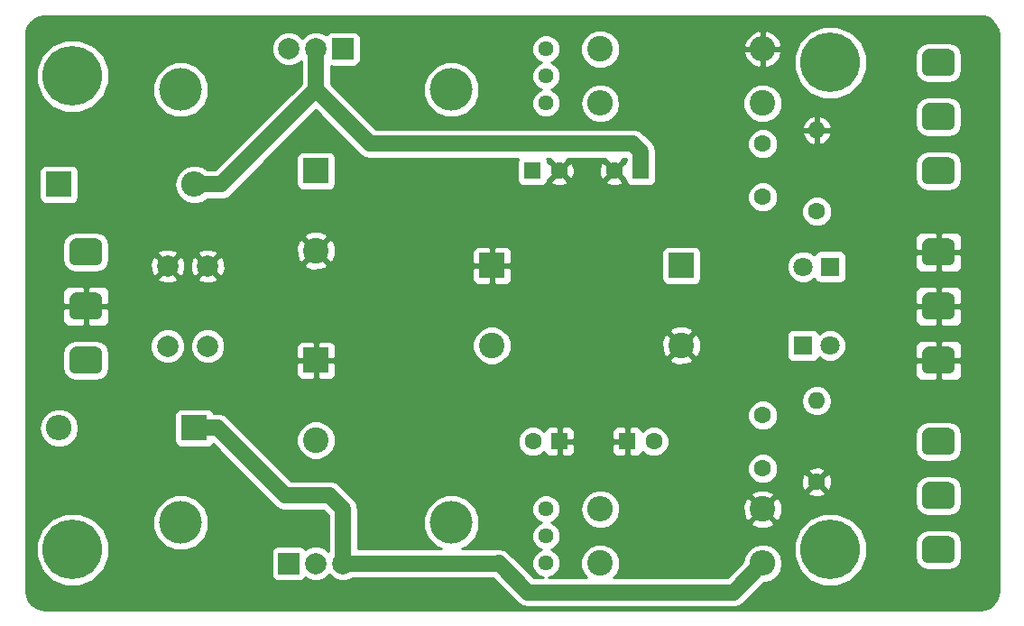
<source format=gbr>
G04 #@! TF.GenerationSoftware,KiCad,Pcbnew,(5.0.1)-4*
G04 #@! TF.CreationDate,2019-03-08T22:50:32+01:00*
G04 #@! TF.ProjectId,PSU - Filter,505355202D2046696C7465722E6B6963,rev?*
G04 #@! TF.SameCoordinates,Original*
G04 #@! TF.FileFunction,Copper,L2,Bot,Signal*
G04 #@! TF.FilePolarity,Positive*
%FSLAX46Y46*%
G04 Gerber Fmt 4.6, Leading zero omitted, Abs format (unit mm)*
G04 Created by KiCad (PCBNEW (5.0.1)-4) date 3/8/2019 10:50:32 PM*
%MOMM*%
%LPD*%
G01*
G04 APERTURE LIST*
G04 #@! TA.AperFunction,ComponentPad*
%ADD10C,5.600000*%
G04 #@! TD*
G04 #@! TA.AperFunction,ComponentPad*
%ADD11C,4.000000*%
G04 #@! TD*
G04 #@! TA.AperFunction,ComponentPad*
%ADD12R,2.400000X2.400000*%
G04 #@! TD*
G04 #@! TA.AperFunction,ComponentPad*
%ADD13C,2.400000*%
G04 #@! TD*
G04 #@! TA.AperFunction,ComponentPad*
%ADD14C,2.000000*%
G04 #@! TD*
G04 #@! TA.AperFunction,ComponentPad*
%ADD15C,1.600000*%
G04 #@! TD*
G04 #@! TA.AperFunction,Conductor*
%ADD16C,0.100000*%
G04 #@! TD*
G04 #@! TA.AperFunction,ComponentPad*
%ADD17C,2.540000*%
G04 #@! TD*
G04 #@! TA.AperFunction,ComponentPad*
%ADD18C,1.800000*%
G04 #@! TD*
G04 #@! TA.AperFunction,ComponentPad*
%ADD19R,1.800000X1.800000*%
G04 #@! TD*
G04 #@! TA.AperFunction,ComponentPad*
%ADD20O,2.400000X2.400000*%
G04 #@! TD*
G04 #@! TA.AperFunction,ComponentPad*
%ADD21O,1.600000X1.600000*%
G04 #@! TD*
G04 #@! TA.AperFunction,ComponentPad*
%ADD22C,1.440000*%
G04 #@! TD*
G04 #@! TA.AperFunction,ComponentPad*
%ADD23R,2.000000X2.000000*%
G04 #@! TD*
G04 #@! TA.AperFunction,ComponentPad*
%ADD24R,1.600000X1.600000*%
G04 #@! TD*
G04 #@! TA.AperFunction,Conductor*
%ADD25C,1.500000*%
G04 #@! TD*
G04 #@! TA.AperFunction,Conductor*
%ADD26C,0.254000*%
G04 #@! TD*
G04 APERTURE END LIST*
D10*
G04 #@! TO.P,,*
G04 #@! TO.N,*
X139700000Y-63500000D03*
G04 #@! TD*
G04 #@! TO.P,,*
G04 #@! TO.N,*
X68580000Y-64770000D03*
G04 #@! TD*
G04 #@! TO.P,,*
G04 #@! TO.N,*
X139700000Y-109220000D03*
G04 #@! TD*
D11*
G04 #@! TO.P,Heatsink,1*
G04 #@! TO.N,N/C*
X104140000Y-66040000D03*
X78740000Y-66040000D03*
G04 #@! TD*
G04 #@! TO.P,Heatsink,1*
G04 #@! TO.N,N/C*
X78740000Y-106680000D03*
X104140000Y-106680000D03*
G04 #@! TD*
D10*
G04 #@! TO.P,,*
G04 #@! TO.N,*
X68580000Y-109220000D03*
G04 #@! TD*
D12*
G04 #@! TO.P,C1,1*
G04 #@! TO.N,+12_IN*
X125730000Y-82550000D03*
D13*
G04 #@! TO.P,C1,2*
G04 #@! TO.N,GND*
X125730000Y-90050000D03*
G04 #@! TD*
G04 #@! TO.P,C2,2*
G04 #@! TO.N,-12_IN*
X91440000Y-98940000D03*
D12*
G04 #@! TO.P,C2,1*
G04 #@! TO.N,GND*
X91440000Y-91440000D03*
G04 #@! TD*
G04 #@! TO.P,C3,1*
G04 #@! TO.N,+12_IN*
X91440000Y-73660000D03*
D13*
G04 #@! TO.P,C3,2*
G04 #@! TO.N,GND*
X91440000Y-81160000D03*
G04 #@! TD*
G04 #@! TO.P,C4,2*
G04 #@! TO.N,-12_IN*
X107950000Y-90050000D03*
D12*
G04 #@! TO.P,C4,1*
G04 #@! TO.N,GND*
X107950000Y-82550000D03*
G04 #@! TD*
D14*
G04 #@! TO.P,C5,2*
G04 #@! TO.N,GND*
X81280000Y-82610000D03*
G04 #@! TO.P,C5,1*
G04 #@! TO.N,+12_IN*
X81280000Y-90110000D03*
G04 #@! TD*
G04 #@! TO.P,C6,1*
G04 #@! TO.N,GND*
X77520800Y-82610000D03*
G04 #@! TO.P,C6,2*
G04 #@! TO.N,-12_IN*
X77520800Y-90110000D03*
G04 #@! TD*
D15*
G04 #@! TO.P,F2,2*
G04 #@! TO.N,Net-(C9-Pad1)*
X133350000Y-76120000D03*
G04 #@! TO.P,F2,1*
G04 #@! TO.N,Net-(F2-Pad1)*
X133350000Y-71120000D03*
G04 #@! TD*
G04 #@! TO.P,F3,1*
G04 #@! TO.N,Net-(F3-Pad1)*
X133350000Y-101600000D03*
G04 #@! TO.P,F3,2*
G04 #@! TO.N,Net-(C10-Pad2)*
X133350000Y-96600000D03*
G04 #@! TD*
D16*
G04 #@! TO.N,Net-(F2-Pad1)*
G04 #@! TO.C,J2*
G36*
X150827241Y-62233058D02*
X150888882Y-62242201D01*
X150949331Y-62257343D01*
X151008004Y-62278336D01*
X151064337Y-62304980D01*
X151117787Y-62337017D01*
X151167840Y-62374138D01*
X151214013Y-62415987D01*
X151255862Y-62462160D01*
X151292983Y-62512213D01*
X151325020Y-62565663D01*
X151351664Y-62621996D01*
X151372657Y-62680669D01*
X151387799Y-62741118D01*
X151396942Y-62802759D01*
X151400000Y-62865000D01*
X151400000Y-64135000D01*
X151396942Y-64197241D01*
X151387799Y-64258882D01*
X151372657Y-64319331D01*
X151351664Y-64378004D01*
X151325020Y-64434337D01*
X151292983Y-64487787D01*
X151255862Y-64537840D01*
X151214013Y-64584013D01*
X151167840Y-64625862D01*
X151117787Y-64662983D01*
X151064337Y-64695020D01*
X151008004Y-64721664D01*
X150949331Y-64742657D01*
X150888882Y-64757799D01*
X150827241Y-64766942D01*
X150765000Y-64770000D01*
X148955000Y-64770000D01*
X148892759Y-64766942D01*
X148831118Y-64757799D01*
X148770669Y-64742657D01*
X148711996Y-64721664D01*
X148655663Y-64695020D01*
X148602213Y-64662983D01*
X148552160Y-64625862D01*
X148505987Y-64584013D01*
X148464138Y-64537840D01*
X148427017Y-64487787D01*
X148394980Y-64434337D01*
X148368336Y-64378004D01*
X148347343Y-64319331D01*
X148332201Y-64258882D01*
X148323058Y-64197241D01*
X148320000Y-64135000D01*
X148320000Y-62865000D01*
X148323058Y-62802759D01*
X148332201Y-62741118D01*
X148347343Y-62680669D01*
X148368336Y-62621996D01*
X148394980Y-62565663D01*
X148427017Y-62512213D01*
X148464138Y-62462160D01*
X148505987Y-62415987D01*
X148552160Y-62374138D01*
X148602213Y-62337017D01*
X148655663Y-62304980D01*
X148711996Y-62278336D01*
X148770669Y-62257343D01*
X148831118Y-62242201D01*
X148892759Y-62233058D01*
X148955000Y-62230000D01*
X150765000Y-62230000D01*
X150827241Y-62233058D01*
X150827241Y-62233058D01*
G37*
D17*
G04 #@! TD*
G04 #@! TO.P,J2,3*
G04 #@! TO.N,Net-(F2-Pad1)*
X149860000Y-63500000D03*
D16*
G04 #@! TO.N,Net-(F2-Pad1)*
G04 #@! TO.C,J2*
G36*
X150827241Y-67313058D02*
X150888882Y-67322201D01*
X150949331Y-67337343D01*
X151008004Y-67358336D01*
X151064337Y-67384980D01*
X151117787Y-67417017D01*
X151167840Y-67454138D01*
X151214013Y-67495987D01*
X151255862Y-67542160D01*
X151292983Y-67592213D01*
X151325020Y-67645663D01*
X151351664Y-67701996D01*
X151372657Y-67760669D01*
X151387799Y-67821118D01*
X151396942Y-67882759D01*
X151400000Y-67945000D01*
X151400000Y-69215000D01*
X151396942Y-69277241D01*
X151387799Y-69338882D01*
X151372657Y-69399331D01*
X151351664Y-69458004D01*
X151325020Y-69514337D01*
X151292983Y-69567787D01*
X151255862Y-69617840D01*
X151214013Y-69664013D01*
X151167840Y-69705862D01*
X151117787Y-69742983D01*
X151064337Y-69775020D01*
X151008004Y-69801664D01*
X150949331Y-69822657D01*
X150888882Y-69837799D01*
X150827241Y-69846942D01*
X150765000Y-69850000D01*
X148955000Y-69850000D01*
X148892759Y-69846942D01*
X148831118Y-69837799D01*
X148770669Y-69822657D01*
X148711996Y-69801664D01*
X148655663Y-69775020D01*
X148602213Y-69742983D01*
X148552160Y-69705862D01*
X148505987Y-69664013D01*
X148464138Y-69617840D01*
X148427017Y-69567787D01*
X148394980Y-69514337D01*
X148368336Y-69458004D01*
X148347343Y-69399331D01*
X148332201Y-69338882D01*
X148323058Y-69277241D01*
X148320000Y-69215000D01*
X148320000Y-67945000D01*
X148323058Y-67882759D01*
X148332201Y-67821118D01*
X148347343Y-67760669D01*
X148368336Y-67701996D01*
X148394980Y-67645663D01*
X148427017Y-67592213D01*
X148464138Y-67542160D01*
X148505987Y-67495987D01*
X148552160Y-67454138D01*
X148602213Y-67417017D01*
X148655663Y-67384980D01*
X148711996Y-67358336D01*
X148770669Y-67337343D01*
X148831118Y-67322201D01*
X148892759Y-67313058D01*
X148955000Y-67310000D01*
X150765000Y-67310000D01*
X150827241Y-67313058D01*
X150827241Y-67313058D01*
G37*
D17*
G04 #@! TD*
G04 #@! TO.P,J2,2*
G04 #@! TO.N,Net-(F2-Pad1)*
X149860000Y-68580000D03*
D16*
G04 #@! TO.N,Net-(F2-Pad1)*
G04 #@! TO.C,J2*
G36*
X150827241Y-72393058D02*
X150888882Y-72402201D01*
X150949331Y-72417343D01*
X151008004Y-72438336D01*
X151064337Y-72464980D01*
X151117787Y-72497017D01*
X151167840Y-72534138D01*
X151214013Y-72575987D01*
X151255862Y-72622160D01*
X151292983Y-72672213D01*
X151325020Y-72725663D01*
X151351664Y-72781996D01*
X151372657Y-72840669D01*
X151387799Y-72901118D01*
X151396942Y-72962759D01*
X151400000Y-73025000D01*
X151400000Y-74295000D01*
X151396942Y-74357241D01*
X151387799Y-74418882D01*
X151372657Y-74479331D01*
X151351664Y-74538004D01*
X151325020Y-74594337D01*
X151292983Y-74647787D01*
X151255862Y-74697840D01*
X151214013Y-74744013D01*
X151167840Y-74785862D01*
X151117787Y-74822983D01*
X151064337Y-74855020D01*
X151008004Y-74881664D01*
X150949331Y-74902657D01*
X150888882Y-74917799D01*
X150827241Y-74926942D01*
X150765000Y-74930000D01*
X148955000Y-74930000D01*
X148892759Y-74926942D01*
X148831118Y-74917799D01*
X148770669Y-74902657D01*
X148711996Y-74881664D01*
X148655663Y-74855020D01*
X148602213Y-74822983D01*
X148552160Y-74785862D01*
X148505987Y-74744013D01*
X148464138Y-74697840D01*
X148427017Y-74647787D01*
X148394980Y-74594337D01*
X148368336Y-74538004D01*
X148347343Y-74479331D01*
X148332201Y-74418882D01*
X148323058Y-74357241D01*
X148320000Y-74295000D01*
X148320000Y-73025000D01*
X148323058Y-72962759D01*
X148332201Y-72901118D01*
X148347343Y-72840669D01*
X148368336Y-72781996D01*
X148394980Y-72725663D01*
X148427017Y-72672213D01*
X148464138Y-72622160D01*
X148505987Y-72575987D01*
X148552160Y-72534138D01*
X148602213Y-72497017D01*
X148655663Y-72464980D01*
X148711996Y-72438336D01*
X148770669Y-72417343D01*
X148831118Y-72402201D01*
X148892759Y-72393058D01*
X148955000Y-72390000D01*
X150765000Y-72390000D01*
X150827241Y-72393058D01*
X150827241Y-72393058D01*
G37*
D17*
G04 #@! TD*
G04 #@! TO.P,J2,1*
G04 #@! TO.N,Net-(F2-Pad1)*
X149860000Y-73660000D03*
D16*
G04 #@! TO.N,GND*
G04 #@! TO.C,J3*
G36*
X150827241Y-90173058D02*
X150888882Y-90182201D01*
X150949331Y-90197343D01*
X151008004Y-90218336D01*
X151064337Y-90244980D01*
X151117787Y-90277017D01*
X151167840Y-90314138D01*
X151214013Y-90355987D01*
X151255862Y-90402160D01*
X151292983Y-90452213D01*
X151325020Y-90505663D01*
X151351664Y-90561996D01*
X151372657Y-90620669D01*
X151387799Y-90681118D01*
X151396942Y-90742759D01*
X151400000Y-90805000D01*
X151400000Y-92075000D01*
X151396942Y-92137241D01*
X151387799Y-92198882D01*
X151372657Y-92259331D01*
X151351664Y-92318004D01*
X151325020Y-92374337D01*
X151292983Y-92427787D01*
X151255862Y-92477840D01*
X151214013Y-92524013D01*
X151167840Y-92565862D01*
X151117787Y-92602983D01*
X151064337Y-92635020D01*
X151008004Y-92661664D01*
X150949331Y-92682657D01*
X150888882Y-92697799D01*
X150827241Y-92706942D01*
X150765000Y-92710000D01*
X148955000Y-92710000D01*
X148892759Y-92706942D01*
X148831118Y-92697799D01*
X148770669Y-92682657D01*
X148711996Y-92661664D01*
X148655663Y-92635020D01*
X148602213Y-92602983D01*
X148552160Y-92565862D01*
X148505987Y-92524013D01*
X148464138Y-92477840D01*
X148427017Y-92427787D01*
X148394980Y-92374337D01*
X148368336Y-92318004D01*
X148347343Y-92259331D01*
X148332201Y-92198882D01*
X148323058Y-92137241D01*
X148320000Y-92075000D01*
X148320000Y-90805000D01*
X148323058Y-90742759D01*
X148332201Y-90681118D01*
X148347343Y-90620669D01*
X148368336Y-90561996D01*
X148394980Y-90505663D01*
X148427017Y-90452213D01*
X148464138Y-90402160D01*
X148505987Y-90355987D01*
X148552160Y-90314138D01*
X148602213Y-90277017D01*
X148655663Y-90244980D01*
X148711996Y-90218336D01*
X148770669Y-90197343D01*
X148831118Y-90182201D01*
X148892759Y-90173058D01*
X148955000Y-90170000D01*
X150765000Y-90170000D01*
X150827241Y-90173058D01*
X150827241Y-90173058D01*
G37*
D17*
G04 #@! TD*
G04 #@! TO.P,J3,1*
G04 #@! TO.N,GND*
X149860000Y-91440000D03*
D16*
G04 #@! TO.N,GND*
G04 #@! TO.C,J3*
G36*
X150827241Y-85093058D02*
X150888882Y-85102201D01*
X150949331Y-85117343D01*
X151008004Y-85138336D01*
X151064337Y-85164980D01*
X151117787Y-85197017D01*
X151167840Y-85234138D01*
X151214013Y-85275987D01*
X151255862Y-85322160D01*
X151292983Y-85372213D01*
X151325020Y-85425663D01*
X151351664Y-85481996D01*
X151372657Y-85540669D01*
X151387799Y-85601118D01*
X151396942Y-85662759D01*
X151400000Y-85725000D01*
X151400000Y-86995000D01*
X151396942Y-87057241D01*
X151387799Y-87118882D01*
X151372657Y-87179331D01*
X151351664Y-87238004D01*
X151325020Y-87294337D01*
X151292983Y-87347787D01*
X151255862Y-87397840D01*
X151214013Y-87444013D01*
X151167840Y-87485862D01*
X151117787Y-87522983D01*
X151064337Y-87555020D01*
X151008004Y-87581664D01*
X150949331Y-87602657D01*
X150888882Y-87617799D01*
X150827241Y-87626942D01*
X150765000Y-87630000D01*
X148955000Y-87630000D01*
X148892759Y-87626942D01*
X148831118Y-87617799D01*
X148770669Y-87602657D01*
X148711996Y-87581664D01*
X148655663Y-87555020D01*
X148602213Y-87522983D01*
X148552160Y-87485862D01*
X148505987Y-87444013D01*
X148464138Y-87397840D01*
X148427017Y-87347787D01*
X148394980Y-87294337D01*
X148368336Y-87238004D01*
X148347343Y-87179331D01*
X148332201Y-87118882D01*
X148323058Y-87057241D01*
X148320000Y-86995000D01*
X148320000Y-85725000D01*
X148323058Y-85662759D01*
X148332201Y-85601118D01*
X148347343Y-85540669D01*
X148368336Y-85481996D01*
X148394980Y-85425663D01*
X148427017Y-85372213D01*
X148464138Y-85322160D01*
X148505987Y-85275987D01*
X148552160Y-85234138D01*
X148602213Y-85197017D01*
X148655663Y-85164980D01*
X148711996Y-85138336D01*
X148770669Y-85117343D01*
X148831118Y-85102201D01*
X148892759Y-85093058D01*
X148955000Y-85090000D01*
X150765000Y-85090000D01*
X150827241Y-85093058D01*
X150827241Y-85093058D01*
G37*
D17*
G04 #@! TD*
G04 #@! TO.P,J3,2*
G04 #@! TO.N,GND*
X149860000Y-86360000D03*
D16*
G04 #@! TO.N,GND*
G04 #@! TO.C,J3*
G36*
X150827241Y-80013058D02*
X150888882Y-80022201D01*
X150949331Y-80037343D01*
X151008004Y-80058336D01*
X151064337Y-80084980D01*
X151117787Y-80117017D01*
X151167840Y-80154138D01*
X151214013Y-80195987D01*
X151255862Y-80242160D01*
X151292983Y-80292213D01*
X151325020Y-80345663D01*
X151351664Y-80401996D01*
X151372657Y-80460669D01*
X151387799Y-80521118D01*
X151396942Y-80582759D01*
X151400000Y-80645000D01*
X151400000Y-81915000D01*
X151396942Y-81977241D01*
X151387799Y-82038882D01*
X151372657Y-82099331D01*
X151351664Y-82158004D01*
X151325020Y-82214337D01*
X151292983Y-82267787D01*
X151255862Y-82317840D01*
X151214013Y-82364013D01*
X151167840Y-82405862D01*
X151117787Y-82442983D01*
X151064337Y-82475020D01*
X151008004Y-82501664D01*
X150949331Y-82522657D01*
X150888882Y-82537799D01*
X150827241Y-82546942D01*
X150765000Y-82550000D01*
X148955000Y-82550000D01*
X148892759Y-82546942D01*
X148831118Y-82537799D01*
X148770669Y-82522657D01*
X148711996Y-82501664D01*
X148655663Y-82475020D01*
X148602213Y-82442983D01*
X148552160Y-82405862D01*
X148505987Y-82364013D01*
X148464138Y-82317840D01*
X148427017Y-82267787D01*
X148394980Y-82214337D01*
X148368336Y-82158004D01*
X148347343Y-82099331D01*
X148332201Y-82038882D01*
X148323058Y-81977241D01*
X148320000Y-81915000D01*
X148320000Y-80645000D01*
X148323058Y-80582759D01*
X148332201Y-80521118D01*
X148347343Y-80460669D01*
X148368336Y-80401996D01*
X148394980Y-80345663D01*
X148427017Y-80292213D01*
X148464138Y-80242160D01*
X148505987Y-80195987D01*
X148552160Y-80154138D01*
X148602213Y-80117017D01*
X148655663Y-80084980D01*
X148711996Y-80058336D01*
X148770669Y-80037343D01*
X148831118Y-80022201D01*
X148892759Y-80013058D01*
X148955000Y-80010000D01*
X150765000Y-80010000D01*
X150827241Y-80013058D01*
X150827241Y-80013058D01*
G37*
D17*
G04 #@! TD*
G04 #@! TO.P,J3,3*
G04 #@! TO.N,GND*
X149860000Y-81280000D03*
D16*
G04 #@! TO.N,Net-(F3-Pad1)*
G04 #@! TO.C,J4*
G36*
X150827241Y-97793058D02*
X150888882Y-97802201D01*
X150949331Y-97817343D01*
X151008004Y-97838336D01*
X151064337Y-97864980D01*
X151117787Y-97897017D01*
X151167840Y-97934138D01*
X151214013Y-97975987D01*
X151255862Y-98022160D01*
X151292983Y-98072213D01*
X151325020Y-98125663D01*
X151351664Y-98181996D01*
X151372657Y-98240669D01*
X151387799Y-98301118D01*
X151396942Y-98362759D01*
X151400000Y-98425000D01*
X151400000Y-99695000D01*
X151396942Y-99757241D01*
X151387799Y-99818882D01*
X151372657Y-99879331D01*
X151351664Y-99938004D01*
X151325020Y-99994337D01*
X151292983Y-100047787D01*
X151255862Y-100097840D01*
X151214013Y-100144013D01*
X151167840Y-100185862D01*
X151117787Y-100222983D01*
X151064337Y-100255020D01*
X151008004Y-100281664D01*
X150949331Y-100302657D01*
X150888882Y-100317799D01*
X150827241Y-100326942D01*
X150765000Y-100330000D01*
X148955000Y-100330000D01*
X148892759Y-100326942D01*
X148831118Y-100317799D01*
X148770669Y-100302657D01*
X148711996Y-100281664D01*
X148655663Y-100255020D01*
X148602213Y-100222983D01*
X148552160Y-100185862D01*
X148505987Y-100144013D01*
X148464138Y-100097840D01*
X148427017Y-100047787D01*
X148394980Y-99994337D01*
X148368336Y-99938004D01*
X148347343Y-99879331D01*
X148332201Y-99818882D01*
X148323058Y-99757241D01*
X148320000Y-99695000D01*
X148320000Y-98425000D01*
X148323058Y-98362759D01*
X148332201Y-98301118D01*
X148347343Y-98240669D01*
X148368336Y-98181996D01*
X148394980Y-98125663D01*
X148427017Y-98072213D01*
X148464138Y-98022160D01*
X148505987Y-97975987D01*
X148552160Y-97934138D01*
X148602213Y-97897017D01*
X148655663Y-97864980D01*
X148711996Y-97838336D01*
X148770669Y-97817343D01*
X148831118Y-97802201D01*
X148892759Y-97793058D01*
X148955000Y-97790000D01*
X150765000Y-97790000D01*
X150827241Y-97793058D01*
X150827241Y-97793058D01*
G37*
D17*
G04 #@! TD*
G04 #@! TO.P,J4,3*
G04 #@! TO.N,Net-(F3-Pad1)*
X149860000Y-99060000D03*
D16*
G04 #@! TO.N,Net-(F3-Pad1)*
G04 #@! TO.C,J4*
G36*
X150827241Y-102873058D02*
X150888882Y-102882201D01*
X150949331Y-102897343D01*
X151008004Y-102918336D01*
X151064337Y-102944980D01*
X151117787Y-102977017D01*
X151167840Y-103014138D01*
X151214013Y-103055987D01*
X151255862Y-103102160D01*
X151292983Y-103152213D01*
X151325020Y-103205663D01*
X151351664Y-103261996D01*
X151372657Y-103320669D01*
X151387799Y-103381118D01*
X151396942Y-103442759D01*
X151400000Y-103505000D01*
X151400000Y-104775000D01*
X151396942Y-104837241D01*
X151387799Y-104898882D01*
X151372657Y-104959331D01*
X151351664Y-105018004D01*
X151325020Y-105074337D01*
X151292983Y-105127787D01*
X151255862Y-105177840D01*
X151214013Y-105224013D01*
X151167840Y-105265862D01*
X151117787Y-105302983D01*
X151064337Y-105335020D01*
X151008004Y-105361664D01*
X150949331Y-105382657D01*
X150888882Y-105397799D01*
X150827241Y-105406942D01*
X150765000Y-105410000D01*
X148955000Y-105410000D01*
X148892759Y-105406942D01*
X148831118Y-105397799D01*
X148770669Y-105382657D01*
X148711996Y-105361664D01*
X148655663Y-105335020D01*
X148602213Y-105302983D01*
X148552160Y-105265862D01*
X148505987Y-105224013D01*
X148464138Y-105177840D01*
X148427017Y-105127787D01*
X148394980Y-105074337D01*
X148368336Y-105018004D01*
X148347343Y-104959331D01*
X148332201Y-104898882D01*
X148323058Y-104837241D01*
X148320000Y-104775000D01*
X148320000Y-103505000D01*
X148323058Y-103442759D01*
X148332201Y-103381118D01*
X148347343Y-103320669D01*
X148368336Y-103261996D01*
X148394980Y-103205663D01*
X148427017Y-103152213D01*
X148464138Y-103102160D01*
X148505987Y-103055987D01*
X148552160Y-103014138D01*
X148602213Y-102977017D01*
X148655663Y-102944980D01*
X148711996Y-102918336D01*
X148770669Y-102897343D01*
X148831118Y-102882201D01*
X148892759Y-102873058D01*
X148955000Y-102870000D01*
X150765000Y-102870000D01*
X150827241Y-102873058D01*
X150827241Y-102873058D01*
G37*
D17*
G04 #@! TD*
G04 #@! TO.P,J4,2*
G04 #@! TO.N,Net-(F3-Pad1)*
X149860000Y-104140000D03*
D16*
G04 #@! TO.N,Net-(F3-Pad1)*
G04 #@! TO.C,J4*
G36*
X150827241Y-107953058D02*
X150888882Y-107962201D01*
X150949331Y-107977343D01*
X151008004Y-107998336D01*
X151064337Y-108024980D01*
X151117787Y-108057017D01*
X151167840Y-108094138D01*
X151214013Y-108135987D01*
X151255862Y-108182160D01*
X151292983Y-108232213D01*
X151325020Y-108285663D01*
X151351664Y-108341996D01*
X151372657Y-108400669D01*
X151387799Y-108461118D01*
X151396942Y-108522759D01*
X151400000Y-108585000D01*
X151400000Y-109855000D01*
X151396942Y-109917241D01*
X151387799Y-109978882D01*
X151372657Y-110039331D01*
X151351664Y-110098004D01*
X151325020Y-110154337D01*
X151292983Y-110207787D01*
X151255862Y-110257840D01*
X151214013Y-110304013D01*
X151167840Y-110345862D01*
X151117787Y-110382983D01*
X151064337Y-110415020D01*
X151008004Y-110441664D01*
X150949331Y-110462657D01*
X150888882Y-110477799D01*
X150827241Y-110486942D01*
X150765000Y-110490000D01*
X148955000Y-110490000D01*
X148892759Y-110486942D01*
X148831118Y-110477799D01*
X148770669Y-110462657D01*
X148711996Y-110441664D01*
X148655663Y-110415020D01*
X148602213Y-110382983D01*
X148552160Y-110345862D01*
X148505987Y-110304013D01*
X148464138Y-110257840D01*
X148427017Y-110207787D01*
X148394980Y-110154337D01*
X148368336Y-110098004D01*
X148347343Y-110039331D01*
X148332201Y-109978882D01*
X148323058Y-109917241D01*
X148320000Y-109855000D01*
X148320000Y-108585000D01*
X148323058Y-108522759D01*
X148332201Y-108461118D01*
X148347343Y-108400669D01*
X148368336Y-108341996D01*
X148394980Y-108285663D01*
X148427017Y-108232213D01*
X148464138Y-108182160D01*
X148505987Y-108135987D01*
X148552160Y-108094138D01*
X148602213Y-108057017D01*
X148655663Y-108024980D01*
X148711996Y-107998336D01*
X148770669Y-107977343D01*
X148831118Y-107962201D01*
X148892759Y-107953058D01*
X148955000Y-107950000D01*
X150765000Y-107950000D01*
X150827241Y-107953058D01*
X150827241Y-107953058D01*
G37*
D17*
G04 #@! TD*
G04 #@! TO.P,J4,1*
G04 #@! TO.N,Net-(F3-Pad1)*
X149860000Y-109220000D03*
D16*
G04 #@! TO.N,+12_IN*
G04 #@! TO.C,J5*
G36*
X70817241Y-80013058D02*
X70878882Y-80022201D01*
X70939331Y-80037343D01*
X70998004Y-80058336D01*
X71054337Y-80084980D01*
X71107787Y-80117017D01*
X71157840Y-80154138D01*
X71204013Y-80195987D01*
X71245862Y-80242160D01*
X71282983Y-80292213D01*
X71315020Y-80345663D01*
X71341664Y-80401996D01*
X71362657Y-80460669D01*
X71377799Y-80521118D01*
X71386942Y-80582759D01*
X71390000Y-80645000D01*
X71390000Y-81915000D01*
X71386942Y-81977241D01*
X71377799Y-82038882D01*
X71362657Y-82099331D01*
X71341664Y-82158004D01*
X71315020Y-82214337D01*
X71282983Y-82267787D01*
X71245862Y-82317840D01*
X71204013Y-82364013D01*
X71157840Y-82405862D01*
X71107787Y-82442983D01*
X71054337Y-82475020D01*
X70998004Y-82501664D01*
X70939331Y-82522657D01*
X70878882Y-82537799D01*
X70817241Y-82546942D01*
X70755000Y-82550000D01*
X68945000Y-82550000D01*
X68882759Y-82546942D01*
X68821118Y-82537799D01*
X68760669Y-82522657D01*
X68701996Y-82501664D01*
X68645663Y-82475020D01*
X68592213Y-82442983D01*
X68542160Y-82405862D01*
X68495987Y-82364013D01*
X68454138Y-82317840D01*
X68417017Y-82267787D01*
X68384980Y-82214337D01*
X68358336Y-82158004D01*
X68337343Y-82099331D01*
X68322201Y-82038882D01*
X68313058Y-81977241D01*
X68310000Y-81915000D01*
X68310000Y-80645000D01*
X68313058Y-80582759D01*
X68322201Y-80521118D01*
X68337343Y-80460669D01*
X68358336Y-80401996D01*
X68384980Y-80345663D01*
X68417017Y-80292213D01*
X68454138Y-80242160D01*
X68495987Y-80195987D01*
X68542160Y-80154138D01*
X68592213Y-80117017D01*
X68645663Y-80084980D01*
X68701996Y-80058336D01*
X68760669Y-80037343D01*
X68821118Y-80022201D01*
X68882759Y-80013058D01*
X68945000Y-80010000D01*
X70755000Y-80010000D01*
X70817241Y-80013058D01*
X70817241Y-80013058D01*
G37*
D17*
G04 #@! TD*
G04 #@! TO.P,J5,1*
G04 #@! TO.N,+12_IN*
X69850000Y-81280000D03*
D16*
G04 #@! TO.N,GND*
G04 #@! TO.C,J5*
G36*
X70817241Y-85093058D02*
X70878882Y-85102201D01*
X70939331Y-85117343D01*
X70998004Y-85138336D01*
X71054337Y-85164980D01*
X71107787Y-85197017D01*
X71157840Y-85234138D01*
X71204013Y-85275987D01*
X71245862Y-85322160D01*
X71282983Y-85372213D01*
X71315020Y-85425663D01*
X71341664Y-85481996D01*
X71362657Y-85540669D01*
X71377799Y-85601118D01*
X71386942Y-85662759D01*
X71390000Y-85725000D01*
X71390000Y-86995000D01*
X71386942Y-87057241D01*
X71377799Y-87118882D01*
X71362657Y-87179331D01*
X71341664Y-87238004D01*
X71315020Y-87294337D01*
X71282983Y-87347787D01*
X71245862Y-87397840D01*
X71204013Y-87444013D01*
X71157840Y-87485862D01*
X71107787Y-87522983D01*
X71054337Y-87555020D01*
X70998004Y-87581664D01*
X70939331Y-87602657D01*
X70878882Y-87617799D01*
X70817241Y-87626942D01*
X70755000Y-87630000D01*
X68945000Y-87630000D01*
X68882759Y-87626942D01*
X68821118Y-87617799D01*
X68760669Y-87602657D01*
X68701996Y-87581664D01*
X68645663Y-87555020D01*
X68592213Y-87522983D01*
X68542160Y-87485862D01*
X68495987Y-87444013D01*
X68454138Y-87397840D01*
X68417017Y-87347787D01*
X68384980Y-87294337D01*
X68358336Y-87238004D01*
X68337343Y-87179331D01*
X68322201Y-87118882D01*
X68313058Y-87057241D01*
X68310000Y-86995000D01*
X68310000Y-85725000D01*
X68313058Y-85662759D01*
X68322201Y-85601118D01*
X68337343Y-85540669D01*
X68358336Y-85481996D01*
X68384980Y-85425663D01*
X68417017Y-85372213D01*
X68454138Y-85322160D01*
X68495987Y-85275987D01*
X68542160Y-85234138D01*
X68592213Y-85197017D01*
X68645663Y-85164980D01*
X68701996Y-85138336D01*
X68760669Y-85117343D01*
X68821118Y-85102201D01*
X68882759Y-85093058D01*
X68945000Y-85090000D01*
X70755000Y-85090000D01*
X70817241Y-85093058D01*
X70817241Y-85093058D01*
G37*
D17*
G04 #@! TD*
G04 #@! TO.P,J5,2*
G04 #@! TO.N,GND*
X69850000Y-86360000D03*
D16*
G04 #@! TO.N,-12_IN*
G04 #@! TO.C,J5*
G36*
X70817241Y-90173058D02*
X70878882Y-90182201D01*
X70939331Y-90197343D01*
X70998004Y-90218336D01*
X71054337Y-90244980D01*
X71107787Y-90277017D01*
X71157840Y-90314138D01*
X71204013Y-90355987D01*
X71245862Y-90402160D01*
X71282983Y-90452213D01*
X71315020Y-90505663D01*
X71341664Y-90561996D01*
X71362657Y-90620669D01*
X71377799Y-90681118D01*
X71386942Y-90742759D01*
X71390000Y-90805000D01*
X71390000Y-92075000D01*
X71386942Y-92137241D01*
X71377799Y-92198882D01*
X71362657Y-92259331D01*
X71341664Y-92318004D01*
X71315020Y-92374337D01*
X71282983Y-92427787D01*
X71245862Y-92477840D01*
X71204013Y-92524013D01*
X71157840Y-92565862D01*
X71107787Y-92602983D01*
X71054337Y-92635020D01*
X70998004Y-92661664D01*
X70939331Y-92682657D01*
X70878882Y-92697799D01*
X70817241Y-92706942D01*
X70755000Y-92710000D01*
X68945000Y-92710000D01*
X68882759Y-92706942D01*
X68821118Y-92697799D01*
X68760669Y-92682657D01*
X68701996Y-92661664D01*
X68645663Y-92635020D01*
X68592213Y-92602983D01*
X68542160Y-92565862D01*
X68495987Y-92524013D01*
X68454138Y-92477840D01*
X68417017Y-92427787D01*
X68384980Y-92374337D01*
X68358336Y-92318004D01*
X68337343Y-92259331D01*
X68322201Y-92198882D01*
X68313058Y-92137241D01*
X68310000Y-92075000D01*
X68310000Y-90805000D01*
X68313058Y-90742759D01*
X68322201Y-90681118D01*
X68337343Y-90620669D01*
X68358336Y-90561996D01*
X68384980Y-90505663D01*
X68417017Y-90452213D01*
X68454138Y-90402160D01*
X68495987Y-90355987D01*
X68542160Y-90314138D01*
X68592213Y-90277017D01*
X68645663Y-90244980D01*
X68701996Y-90218336D01*
X68760669Y-90197343D01*
X68821118Y-90182201D01*
X68882759Y-90173058D01*
X68945000Y-90170000D01*
X70755000Y-90170000D01*
X70817241Y-90173058D01*
X70817241Y-90173058D01*
G37*
D17*
G04 #@! TD*
G04 #@! TO.P,J5,3*
G04 #@! TO.N,-12_IN*
X69850000Y-91440000D03*
D18*
G04 #@! TO.P,LED1,2*
G04 #@! TO.N,Net-(C9-Pad1)*
X137165000Y-82663333D03*
D19*
G04 #@! TO.P,LED1,1*
G04 #@! TO.N,Net-(LED1-Pad1)*
X139705000Y-82663333D03*
G04 #@! TD*
G04 #@! TO.P,LED2,1*
G04 #@! TO.N,Net-(C10-Pad2)*
X137155000Y-90056666D03*
D18*
G04 #@! TO.P,LED2,2*
G04 #@! TO.N,Net-(LED2-Pad2)*
X139695000Y-90056666D03*
G04 #@! TD*
D20*
G04 #@! TO.P,R1,2*
G04 #@! TO.N,Net-(C7-Pad1)*
X118110000Y-67310000D03*
D13*
G04 #@! TO.P,R1,1*
G04 #@! TO.N,Net-(C9-Pad1)*
X133350000Y-67310000D03*
G04 #@! TD*
G04 #@! TO.P,R2,1*
G04 #@! TO.N,Net-(R2-Pad1)*
X118110000Y-62230000D03*
D20*
G04 #@! TO.P,R2,2*
G04 #@! TO.N,GND*
X133350000Y-62230000D03*
G04 #@! TD*
G04 #@! TO.P,R3,2*
G04 #@! TO.N,Net-(R3-Pad2)*
X118110000Y-105410000D03*
D13*
G04 #@! TO.P,R3,1*
G04 #@! TO.N,GND*
X133350000Y-105410000D03*
G04 #@! TD*
G04 #@! TO.P,R4,1*
G04 #@! TO.N,Net-(C8-Pad2)*
X118110000Y-110490000D03*
D20*
G04 #@! TO.P,R4,2*
G04 #@! TO.N,Net-(C10-Pad2)*
X133350000Y-110490000D03*
G04 #@! TD*
D21*
G04 #@! TO.P,R5,2*
G04 #@! TO.N,GND*
X138430000Y-69850000D03*
D15*
G04 #@! TO.P,R5,1*
G04 #@! TO.N,Net-(LED1-Pad1)*
X138430000Y-77470000D03*
G04 #@! TD*
G04 #@! TO.P,R6,1*
G04 #@! TO.N,GND*
X138430000Y-102870000D03*
D21*
G04 #@! TO.P,R6,2*
G04 #@! TO.N,Net-(LED2-Pad2)*
X138430000Y-95250000D03*
G04 #@! TD*
D22*
G04 #@! TO.P,RV1,3*
G04 #@! TO.N,Net-(C7-Pad1)*
X113030000Y-67310000D03*
G04 #@! TO.P,RV1,2*
X113030000Y-64770000D03*
G04 #@! TO.P,RV1,1*
G04 #@! TO.N,Net-(R2-Pad1)*
X113030000Y-62230000D03*
G04 #@! TD*
G04 #@! TO.P,RV2,1*
G04 #@! TO.N,Net-(C8-Pad2)*
X113030000Y-110490000D03*
G04 #@! TO.P,RV2,2*
X113030000Y-107950000D03*
G04 #@! TO.P,RV2,3*
G04 #@! TO.N,Net-(R3-Pad2)*
X113030000Y-105410000D03*
G04 #@! TD*
D23*
G04 #@! TO.P,U1,1*
G04 #@! TO.N,Net-(C7-Pad1)*
X93980000Y-62204600D03*
D14*
G04 #@! TO.P,U1,2*
G04 #@! TO.N,Net-(C9-Pad1)*
X91440000Y-62204600D03*
G04 #@! TO.P,U1,3*
G04 #@! TO.N,+12_IN*
X88900000Y-62204600D03*
G04 #@! TD*
G04 #@! TO.P,U2,3*
G04 #@! TO.N,Net-(C10-Pad2)*
X93980000Y-110515400D03*
G04 #@! TO.P,U2,2*
G04 #@! TO.N,-12_IN*
X91440000Y-110515400D03*
D23*
G04 #@! TO.P,U2,1*
G04 #@! TO.N,Net-(C8-Pad2)*
X88900000Y-110515400D03*
G04 #@! TD*
D20*
G04 #@! TO.P,D3,2*
G04 #@! TO.N,Net-(C9-Pad1)*
X80010000Y-74930000D03*
D12*
G04 #@! TO.P,D3,1*
G04 #@! TO.N,+12_IN*
X67310000Y-74930000D03*
G04 #@! TD*
G04 #@! TO.P,D4,1*
G04 #@! TO.N,Net-(C10-Pad2)*
X80010000Y-97790000D03*
D20*
G04 #@! TO.P,D4,2*
G04 #@! TO.N,-12_IN*
X67310000Y-97790000D03*
G04 #@! TD*
D15*
G04 #@! TO.P,C7,2*
G04 #@! TO.N,GND*
X114260000Y-73660000D03*
D24*
G04 #@! TO.P,C7,1*
G04 #@! TO.N,Net-(C7-Pad1)*
X111760000Y-73660000D03*
G04 #@! TD*
D15*
G04 #@! TO.P,C8,2*
G04 #@! TO.N,Net-(C8-Pad2)*
X111800000Y-99060000D03*
D24*
G04 #@! TO.P,C8,1*
G04 #@! TO.N,GND*
X114300000Y-99060000D03*
G04 #@! TD*
G04 #@! TO.P,C9,1*
G04 #@! TO.N,Net-(C9-Pad1)*
X121920000Y-73660000D03*
D15*
G04 #@! TO.P,C9,2*
G04 #@! TO.N,GND*
X119420000Y-73660000D03*
G04 #@! TD*
D24*
G04 #@! TO.P,C10,1*
G04 #@! TO.N,GND*
X120650000Y-99060000D03*
D15*
G04 #@! TO.P,C10,2*
G04 #@! TO.N,Net-(C10-Pad2)*
X123150000Y-99060000D03*
G04 #@! TD*
D25*
G04 #@! TO.N,Net-(C10-Pad2)*
X82210000Y-97790000D02*
X88560000Y-104140000D01*
X80010000Y-97790000D02*
X82210000Y-97790000D01*
X88560000Y-104140000D02*
X92710000Y-104140000D01*
X92710000Y-104140000D02*
X93980000Y-105410000D01*
X111319990Y-113224990D02*
X108585000Y-110490000D01*
X133350000Y-110490000D02*
X130615010Y-113224990D01*
X130615010Y-113224990D02*
X111319990Y-113224990D01*
X93980000Y-105410000D02*
X93980000Y-110515400D01*
X108559600Y-110515400D02*
X108585000Y-110490000D01*
X93980000Y-110515400D02*
X108559600Y-110515400D01*
G04 #@! TO.N,Net-(C9-Pad1)*
X80010000Y-74930000D02*
X82550000Y-74930000D01*
X82550000Y-74930000D02*
X91440000Y-66040000D01*
X121180000Y-71120000D02*
X121920000Y-71860000D01*
X96520000Y-71120000D02*
X121180000Y-71120000D01*
X91440000Y-66040000D02*
X96520000Y-71120000D01*
X91440000Y-62204600D02*
X91440000Y-66040000D01*
X121920000Y-73660000D02*
X121920000Y-71860000D01*
G04 #@! TD*
D26*
G04 #@! TO.N,GND*
G36*
X154123698Y-59192958D02*
X154548893Y-59361305D01*
X154918858Y-59630101D01*
X155210356Y-59982462D01*
X155405067Y-60396244D01*
X155497093Y-60878662D01*
X155500001Y-60971195D01*
X155500000Y-112985333D01*
X155437042Y-113483699D01*
X155268697Y-113908889D01*
X154999899Y-114278859D01*
X154647541Y-114570355D01*
X154233756Y-114765067D01*
X153751339Y-114857093D01*
X153658836Y-114860000D01*
X66084667Y-114860000D01*
X65586301Y-114797042D01*
X65161111Y-114628697D01*
X64791141Y-114359899D01*
X64499645Y-114007541D01*
X64304933Y-113593756D01*
X64212907Y-113111339D01*
X64210000Y-113018836D01*
X64210000Y-108536736D01*
X65145000Y-108536736D01*
X65145000Y-109903264D01*
X65667947Y-111165771D01*
X66634229Y-112132053D01*
X67896736Y-112655000D01*
X69263264Y-112655000D01*
X70525771Y-112132053D01*
X71492053Y-111165771D01*
X72015000Y-109903264D01*
X72015000Y-108536736D01*
X71492053Y-107274229D01*
X70525771Y-106307947D01*
X70158615Y-106155866D01*
X76105000Y-106155866D01*
X76105000Y-107204134D01*
X76506155Y-108172608D01*
X77247392Y-108913845D01*
X78215866Y-109315000D01*
X79264134Y-109315000D01*
X80232608Y-108913845D01*
X80973845Y-108172608D01*
X81375000Y-107204134D01*
X81375000Y-106155866D01*
X80973845Y-105187392D01*
X80232608Y-104446155D01*
X79264134Y-104045000D01*
X78215866Y-104045000D01*
X77247392Y-104446155D01*
X76506155Y-105187392D01*
X76105000Y-106155866D01*
X70158615Y-106155866D01*
X69263264Y-105785000D01*
X67896736Y-105785000D01*
X66634229Y-106307947D01*
X65667947Y-107274229D01*
X65145000Y-108536736D01*
X64210000Y-108536736D01*
X64210000Y-97790000D01*
X65439051Y-97790000D01*
X65581469Y-98505981D01*
X65987039Y-99112961D01*
X66594019Y-99518531D01*
X67129273Y-99625000D01*
X67490727Y-99625000D01*
X68025981Y-99518531D01*
X68632961Y-99112961D01*
X69038531Y-98505981D01*
X69180949Y-97790000D01*
X69038531Y-97074019D01*
X68715121Y-96590000D01*
X78162560Y-96590000D01*
X78162560Y-98990000D01*
X78211843Y-99237765D01*
X78352191Y-99447809D01*
X78562235Y-99588157D01*
X78810000Y-99637440D01*
X81210000Y-99637440D01*
X81457765Y-99588157D01*
X81667809Y-99447809D01*
X81764467Y-99303152D01*
X87484202Y-105022888D01*
X87561471Y-105138529D01*
X88019600Y-105444641D01*
X88423593Y-105525000D01*
X88559999Y-105552133D01*
X88696405Y-105525000D01*
X92136315Y-105525000D01*
X92595000Y-105983686D01*
X92595001Y-109358162D01*
X92366153Y-109129314D01*
X91765222Y-108880400D01*
X91114778Y-108880400D01*
X90513847Y-109129314D01*
X90449038Y-109194123D01*
X90357809Y-109057591D01*
X90147765Y-108917243D01*
X89900000Y-108867960D01*
X87900000Y-108867960D01*
X87652235Y-108917243D01*
X87442191Y-109057591D01*
X87301843Y-109267635D01*
X87252560Y-109515400D01*
X87252560Y-111515400D01*
X87301843Y-111763165D01*
X87442191Y-111973209D01*
X87652235Y-112113557D01*
X87900000Y-112162840D01*
X89900000Y-112162840D01*
X90147765Y-112113557D01*
X90357809Y-111973209D01*
X90449038Y-111836677D01*
X90513847Y-111901486D01*
X91114778Y-112150400D01*
X91765222Y-112150400D01*
X92366153Y-111901486D01*
X92710000Y-111557639D01*
X93053847Y-111901486D01*
X93654778Y-112150400D01*
X94305222Y-112150400D01*
X94906153Y-111901486D01*
X94907239Y-111900400D01*
X108036715Y-111900400D01*
X110244192Y-114107878D01*
X110321461Y-114223519D01*
X110541091Y-114370271D01*
X110779590Y-114529631D01*
X111319990Y-114637123D01*
X111456397Y-114609990D01*
X130478603Y-114609990D01*
X130615010Y-114637123D01*
X130751417Y-114609990D01*
X131155410Y-114529631D01*
X131613539Y-114223519D01*
X131690809Y-114107876D01*
X133473686Y-112325000D01*
X133530727Y-112325000D01*
X134065981Y-112218531D01*
X134672961Y-111812961D01*
X135078531Y-111205981D01*
X135220949Y-110490000D01*
X135078531Y-109774019D01*
X134672961Y-109167039D01*
X134065981Y-108761469D01*
X133530727Y-108655000D01*
X133169273Y-108655000D01*
X132634019Y-108761469D01*
X132027039Y-109167039D01*
X131621469Y-109774019D01*
X131500836Y-110380478D01*
X130041325Y-111839990D01*
X119355092Y-111839990D01*
X119665638Y-111529444D01*
X119945000Y-110855004D01*
X119945000Y-110124996D01*
X119665638Y-109450556D01*
X119149444Y-108934362D01*
X118475004Y-108655000D01*
X117744996Y-108655000D01*
X117070556Y-108934362D01*
X116554362Y-109450556D01*
X116275000Y-110124996D01*
X116275000Y-110855004D01*
X116554362Y-111529444D01*
X116864908Y-111839990D01*
X113311621Y-111839990D01*
X113797546Y-111638714D01*
X114178714Y-111257546D01*
X114385000Y-110759526D01*
X114385000Y-110220474D01*
X114178714Y-109722454D01*
X113797546Y-109341286D01*
X113504735Y-109220000D01*
X113797546Y-109098714D01*
X114178714Y-108717546D01*
X114253607Y-108536736D01*
X136265000Y-108536736D01*
X136265000Y-109903264D01*
X136787947Y-111165771D01*
X137754229Y-112132053D01*
X139016736Y-112655000D01*
X140383264Y-112655000D01*
X141645771Y-112132053D01*
X142612053Y-111165771D01*
X143135000Y-109903264D01*
X143135000Y-108585000D01*
X147672560Y-108585000D01*
X147672560Y-109855000D01*
X147770180Y-110345769D01*
X148048178Y-110761822D01*
X148464231Y-111039820D01*
X148955000Y-111137440D01*
X150765000Y-111137440D01*
X151255769Y-111039820D01*
X151671822Y-110761822D01*
X151949820Y-110345769D01*
X152047440Y-109855000D01*
X152047440Y-108585000D01*
X151949820Y-108094231D01*
X151671822Y-107678178D01*
X151255769Y-107400180D01*
X150765000Y-107302560D01*
X148955000Y-107302560D01*
X148464231Y-107400180D01*
X148048178Y-107678178D01*
X147770180Y-108094231D01*
X147672560Y-108585000D01*
X143135000Y-108585000D01*
X143135000Y-108536736D01*
X142612053Y-107274229D01*
X141645771Y-106307947D01*
X140383264Y-105785000D01*
X139016736Y-105785000D01*
X137754229Y-106307947D01*
X136787947Y-107274229D01*
X136265000Y-108536736D01*
X114253607Y-108536736D01*
X114385000Y-108219526D01*
X114385000Y-107680474D01*
X114178714Y-107182454D01*
X113797546Y-106801286D01*
X113504735Y-106680000D01*
X113797546Y-106558714D01*
X114178714Y-106177546D01*
X114385000Y-105679526D01*
X114385000Y-105410000D01*
X116239051Y-105410000D01*
X116381469Y-106125981D01*
X116787039Y-106732961D01*
X117394019Y-107138531D01*
X117929273Y-107245000D01*
X118290727Y-107245000D01*
X118825981Y-107138531D01*
X119432961Y-106732961D01*
X119450190Y-106707175D01*
X132232430Y-106707175D01*
X132355565Y-106994788D01*
X133037734Y-107254707D01*
X133767443Y-107233786D01*
X134344435Y-106994788D01*
X134467570Y-106707175D01*
X133350000Y-105589605D01*
X132232430Y-106707175D01*
X119450190Y-106707175D01*
X119838531Y-106125981D01*
X119980949Y-105410000D01*
X119918836Y-105097734D01*
X131505293Y-105097734D01*
X131526214Y-105827443D01*
X131765212Y-106404435D01*
X132052825Y-106527570D01*
X133170395Y-105410000D01*
X133529605Y-105410000D01*
X134647175Y-106527570D01*
X134934788Y-106404435D01*
X135194707Y-105722266D01*
X135173786Y-104992557D01*
X134934788Y-104415565D01*
X134647175Y-104292430D01*
X133529605Y-105410000D01*
X133170395Y-105410000D01*
X132052825Y-104292430D01*
X131765212Y-104415565D01*
X131505293Y-105097734D01*
X119918836Y-105097734D01*
X119838531Y-104694019D01*
X119450191Y-104112825D01*
X132232430Y-104112825D01*
X133350000Y-105230395D01*
X134467570Y-104112825D01*
X134366926Y-103877745D01*
X137601861Y-103877745D01*
X137675995Y-104123864D01*
X138213223Y-104316965D01*
X138783454Y-104289778D01*
X139184005Y-104123864D01*
X139258139Y-103877745D01*
X138430000Y-103049605D01*
X137601861Y-103877745D01*
X134366926Y-103877745D01*
X134344435Y-103825212D01*
X133662266Y-103565293D01*
X132932557Y-103586214D01*
X132355565Y-103825212D01*
X132232430Y-104112825D01*
X119450191Y-104112825D01*
X119432961Y-104087039D01*
X118825981Y-103681469D01*
X118290727Y-103575000D01*
X117929273Y-103575000D01*
X117394019Y-103681469D01*
X116787039Y-104087039D01*
X116381469Y-104694019D01*
X116239051Y-105410000D01*
X114385000Y-105410000D01*
X114385000Y-105140474D01*
X114178714Y-104642454D01*
X113797546Y-104261286D01*
X113299526Y-104055000D01*
X112760474Y-104055000D01*
X112262454Y-104261286D01*
X111881286Y-104642454D01*
X111675000Y-105140474D01*
X111675000Y-105679526D01*
X111881286Y-106177546D01*
X112262454Y-106558714D01*
X112555265Y-106680000D01*
X112262454Y-106801286D01*
X111881286Y-107182454D01*
X111675000Y-107680474D01*
X111675000Y-108219526D01*
X111881286Y-108717546D01*
X112262454Y-109098714D01*
X112555265Y-109220000D01*
X112262454Y-109341286D01*
X111881286Y-109722454D01*
X111675000Y-110220474D01*
X111675000Y-110759526D01*
X111881286Y-111257546D01*
X112262454Y-111638714D01*
X112748379Y-111839990D01*
X111893676Y-111839990D01*
X109660794Y-109607109D01*
X109583528Y-109491472D01*
X109467890Y-109414205D01*
X109467888Y-109414203D01*
X109125399Y-109185359D01*
X108585000Y-109077867D01*
X108584999Y-109077867D01*
X108480195Y-109098714D01*
X108320899Y-109130400D01*
X105109798Y-109130400D01*
X105632608Y-108913845D01*
X106373845Y-108172608D01*
X106775000Y-107204134D01*
X106775000Y-106155866D01*
X106373845Y-105187392D01*
X105632608Y-104446155D01*
X104664134Y-104045000D01*
X103615866Y-104045000D01*
X102647392Y-104446155D01*
X101906155Y-105187392D01*
X101505000Y-106155866D01*
X101505000Y-107204134D01*
X101906155Y-108172608D01*
X102647392Y-108913845D01*
X103170202Y-109130400D01*
X95365000Y-109130400D01*
X95365000Y-105546405D01*
X95392133Y-105409999D01*
X95353504Y-105215797D01*
X95284641Y-104869600D01*
X95158221Y-104680399D01*
X95055797Y-104527111D01*
X95055795Y-104527109D01*
X94978528Y-104411471D01*
X94862890Y-104334204D01*
X93785799Y-103257114D01*
X93708529Y-103141471D01*
X93250400Y-102835359D01*
X92846407Y-102755000D01*
X92710000Y-102727867D01*
X92573593Y-102755000D01*
X89133686Y-102755000D01*
X87693247Y-101314561D01*
X131915000Y-101314561D01*
X131915000Y-101885439D01*
X132133466Y-102412862D01*
X132537138Y-102816534D01*
X133064561Y-103035000D01*
X133635439Y-103035000D01*
X134162862Y-102816534D01*
X134326173Y-102653223D01*
X136983035Y-102653223D01*
X137010222Y-103223454D01*
X137176136Y-103624005D01*
X137422255Y-103698139D01*
X138250395Y-102870000D01*
X138609605Y-102870000D01*
X139437745Y-103698139D01*
X139683864Y-103624005D01*
X139726639Y-103505000D01*
X147672560Y-103505000D01*
X147672560Y-104775000D01*
X147770180Y-105265769D01*
X148048178Y-105681822D01*
X148464231Y-105959820D01*
X148955000Y-106057440D01*
X150765000Y-106057440D01*
X151255769Y-105959820D01*
X151671822Y-105681822D01*
X151949820Y-105265769D01*
X152047440Y-104775000D01*
X152047440Y-103505000D01*
X151949820Y-103014231D01*
X151671822Y-102598178D01*
X151255769Y-102320180D01*
X150765000Y-102222560D01*
X148955000Y-102222560D01*
X148464231Y-102320180D01*
X148048178Y-102598178D01*
X147770180Y-103014231D01*
X147672560Y-103505000D01*
X139726639Y-103505000D01*
X139876965Y-103086777D01*
X139849778Y-102516546D01*
X139683864Y-102115995D01*
X139437745Y-102041861D01*
X138609605Y-102870000D01*
X138250395Y-102870000D01*
X137422255Y-102041861D01*
X137176136Y-102115995D01*
X136983035Y-102653223D01*
X134326173Y-102653223D01*
X134566534Y-102412862D01*
X134785000Y-101885439D01*
X134785000Y-101862255D01*
X137601861Y-101862255D01*
X138430000Y-102690395D01*
X139258139Y-101862255D01*
X139184005Y-101616136D01*
X138646777Y-101423035D01*
X138076546Y-101450222D01*
X137675995Y-101616136D01*
X137601861Y-101862255D01*
X134785000Y-101862255D01*
X134785000Y-101314561D01*
X134566534Y-100787138D01*
X134162862Y-100383466D01*
X133635439Y-100165000D01*
X133064561Y-100165000D01*
X132537138Y-100383466D01*
X132133466Y-100787138D01*
X131915000Y-101314561D01*
X87693247Y-101314561D01*
X84953682Y-98574996D01*
X89605000Y-98574996D01*
X89605000Y-99305004D01*
X89884362Y-99979444D01*
X90400556Y-100495638D01*
X91074996Y-100775000D01*
X91805004Y-100775000D01*
X92479444Y-100495638D01*
X92995638Y-99979444D01*
X93275000Y-99305004D01*
X93275000Y-98774561D01*
X110365000Y-98774561D01*
X110365000Y-99345439D01*
X110583466Y-99872862D01*
X110987138Y-100276534D01*
X111514561Y-100495000D01*
X112085439Y-100495000D01*
X112612862Y-100276534D01*
X112876155Y-100013241D01*
X112961673Y-100219699D01*
X113140302Y-100398327D01*
X113373691Y-100495000D01*
X114014250Y-100495000D01*
X114173000Y-100336250D01*
X114173000Y-99187000D01*
X114427000Y-99187000D01*
X114427000Y-100336250D01*
X114585750Y-100495000D01*
X115226309Y-100495000D01*
X115459698Y-100398327D01*
X115638327Y-100219699D01*
X115735000Y-99986310D01*
X115735000Y-99345750D01*
X119215000Y-99345750D01*
X119215000Y-99986310D01*
X119311673Y-100219699D01*
X119490302Y-100398327D01*
X119723691Y-100495000D01*
X120364250Y-100495000D01*
X120523000Y-100336250D01*
X120523000Y-99187000D01*
X119373750Y-99187000D01*
X119215000Y-99345750D01*
X115735000Y-99345750D01*
X115576250Y-99187000D01*
X114427000Y-99187000D01*
X114173000Y-99187000D01*
X114153000Y-99187000D01*
X114153000Y-98933000D01*
X114173000Y-98933000D01*
X114173000Y-97783750D01*
X114427000Y-97783750D01*
X114427000Y-98933000D01*
X115576250Y-98933000D01*
X115735000Y-98774250D01*
X115735000Y-98133690D01*
X119215000Y-98133690D01*
X119215000Y-98774250D01*
X119373750Y-98933000D01*
X120523000Y-98933000D01*
X120523000Y-97783750D01*
X120777000Y-97783750D01*
X120777000Y-98933000D01*
X120797000Y-98933000D01*
X120797000Y-99187000D01*
X120777000Y-99187000D01*
X120777000Y-100336250D01*
X120935750Y-100495000D01*
X121576309Y-100495000D01*
X121809698Y-100398327D01*
X121988327Y-100219699D01*
X122073845Y-100013241D01*
X122337138Y-100276534D01*
X122864561Y-100495000D01*
X123435439Y-100495000D01*
X123962862Y-100276534D01*
X124366534Y-99872862D01*
X124585000Y-99345439D01*
X124585000Y-98774561D01*
X124440207Y-98425000D01*
X147672560Y-98425000D01*
X147672560Y-99695000D01*
X147770180Y-100185769D01*
X148048178Y-100601822D01*
X148464231Y-100879820D01*
X148955000Y-100977440D01*
X150765000Y-100977440D01*
X151255769Y-100879820D01*
X151671822Y-100601822D01*
X151949820Y-100185769D01*
X152047440Y-99695000D01*
X152047440Y-98425000D01*
X151949820Y-97934231D01*
X151671822Y-97518178D01*
X151255769Y-97240180D01*
X150765000Y-97142560D01*
X148955000Y-97142560D01*
X148464231Y-97240180D01*
X148048178Y-97518178D01*
X147770180Y-97934231D01*
X147672560Y-98425000D01*
X124440207Y-98425000D01*
X124366534Y-98247138D01*
X123962862Y-97843466D01*
X123435439Y-97625000D01*
X122864561Y-97625000D01*
X122337138Y-97843466D01*
X122073845Y-98106759D01*
X121988327Y-97900301D01*
X121809698Y-97721673D01*
X121576309Y-97625000D01*
X120935750Y-97625000D01*
X120777000Y-97783750D01*
X120523000Y-97783750D01*
X120364250Y-97625000D01*
X119723691Y-97625000D01*
X119490302Y-97721673D01*
X119311673Y-97900301D01*
X119215000Y-98133690D01*
X115735000Y-98133690D01*
X115638327Y-97900301D01*
X115459698Y-97721673D01*
X115226309Y-97625000D01*
X114585750Y-97625000D01*
X114427000Y-97783750D01*
X114173000Y-97783750D01*
X114014250Y-97625000D01*
X113373691Y-97625000D01*
X113140302Y-97721673D01*
X112961673Y-97900301D01*
X112876155Y-98106759D01*
X112612862Y-97843466D01*
X112085439Y-97625000D01*
X111514561Y-97625000D01*
X110987138Y-97843466D01*
X110583466Y-98247138D01*
X110365000Y-98774561D01*
X93275000Y-98774561D01*
X93275000Y-98574996D01*
X92995638Y-97900556D01*
X92479444Y-97384362D01*
X91805004Y-97105000D01*
X91074996Y-97105000D01*
X90400556Y-97384362D01*
X89884362Y-97900556D01*
X89605000Y-98574996D01*
X84953682Y-98574996D01*
X83285799Y-96907114D01*
X83208529Y-96791471D01*
X82750400Y-96485359D01*
X82346407Y-96405000D01*
X82210000Y-96377867D01*
X82073593Y-96405000D01*
X81820642Y-96405000D01*
X81808157Y-96342235D01*
X81789666Y-96314561D01*
X131915000Y-96314561D01*
X131915000Y-96885439D01*
X132133466Y-97412862D01*
X132537138Y-97816534D01*
X133064561Y-98035000D01*
X133635439Y-98035000D01*
X134162862Y-97816534D01*
X134566534Y-97412862D01*
X134785000Y-96885439D01*
X134785000Y-96314561D01*
X134566534Y-95787138D01*
X134162862Y-95383466D01*
X133840647Y-95250000D01*
X136966887Y-95250000D01*
X137078260Y-95809909D01*
X137395423Y-96284577D01*
X137870091Y-96601740D01*
X138288667Y-96685000D01*
X138571333Y-96685000D01*
X138989909Y-96601740D01*
X139464577Y-96284577D01*
X139781740Y-95809909D01*
X139893113Y-95250000D01*
X139781740Y-94690091D01*
X139464577Y-94215423D01*
X138989909Y-93898260D01*
X138571333Y-93815000D01*
X138288667Y-93815000D01*
X137870091Y-93898260D01*
X137395423Y-94215423D01*
X137078260Y-94690091D01*
X136966887Y-95250000D01*
X133840647Y-95250000D01*
X133635439Y-95165000D01*
X133064561Y-95165000D01*
X132537138Y-95383466D01*
X132133466Y-95787138D01*
X131915000Y-96314561D01*
X81789666Y-96314561D01*
X81667809Y-96132191D01*
X81457765Y-95991843D01*
X81210000Y-95942560D01*
X78810000Y-95942560D01*
X78562235Y-95991843D01*
X78352191Y-96132191D01*
X78211843Y-96342235D01*
X78162560Y-96590000D01*
X68715121Y-96590000D01*
X68632961Y-96467039D01*
X68025981Y-96061469D01*
X67490727Y-95955000D01*
X67129273Y-95955000D01*
X66594019Y-96061469D01*
X65987039Y-96467039D01*
X65581469Y-97074019D01*
X65439051Y-97790000D01*
X64210000Y-97790000D01*
X64210000Y-90805000D01*
X67662560Y-90805000D01*
X67662560Y-92075000D01*
X67760180Y-92565769D01*
X68038178Y-92981822D01*
X68454231Y-93259820D01*
X68945000Y-93357440D01*
X70755000Y-93357440D01*
X71245769Y-93259820D01*
X71661822Y-92981822D01*
X71939820Y-92565769D01*
X72037440Y-92075000D01*
X72037440Y-90805000D01*
X71939820Y-90314231D01*
X71661822Y-89898178D01*
X71492108Y-89784778D01*
X75885800Y-89784778D01*
X75885800Y-90435222D01*
X76134714Y-91036153D01*
X76594647Y-91496086D01*
X77195578Y-91745000D01*
X77846022Y-91745000D01*
X78446953Y-91496086D01*
X78906886Y-91036153D01*
X79155800Y-90435222D01*
X79155800Y-89784778D01*
X79645000Y-89784778D01*
X79645000Y-90435222D01*
X79893914Y-91036153D01*
X80353847Y-91496086D01*
X80954778Y-91745000D01*
X81605222Y-91745000D01*
X81651695Y-91725750D01*
X89605000Y-91725750D01*
X89605000Y-92766309D01*
X89701673Y-92999698D01*
X89880301Y-93178327D01*
X90113690Y-93275000D01*
X91154250Y-93275000D01*
X91313000Y-93116250D01*
X91313000Y-91567000D01*
X91567000Y-91567000D01*
X91567000Y-93116250D01*
X91725750Y-93275000D01*
X92766310Y-93275000D01*
X92999699Y-93178327D01*
X93178327Y-92999698D01*
X93275000Y-92766309D01*
X93275000Y-91725750D01*
X93116250Y-91567000D01*
X91567000Y-91567000D01*
X91313000Y-91567000D01*
X89763750Y-91567000D01*
X89605000Y-91725750D01*
X81651695Y-91725750D01*
X82206153Y-91496086D01*
X82666086Y-91036153D01*
X82915000Y-90435222D01*
X82915000Y-90113691D01*
X89605000Y-90113691D01*
X89605000Y-91154250D01*
X89763750Y-91313000D01*
X91313000Y-91313000D01*
X91313000Y-89763750D01*
X91567000Y-89763750D01*
X91567000Y-91313000D01*
X93116250Y-91313000D01*
X93275000Y-91154250D01*
X93275000Y-90113691D01*
X93178327Y-89880302D01*
X92999699Y-89701673D01*
X92959438Y-89684996D01*
X106115000Y-89684996D01*
X106115000Y-90415004D01*
X106394362Y-91089444D01*
X106910556Y-91605638D01*
X107584996Y-91885000D01*
X108315004Y-91885000D01*
X108989444Y-91605638D01*
X109247907Y-91347175D01*
X124612430Y-91347175D01*
X124735565Y-91634788D01*
X125417734Y-91894707D01*
X126147443Y-91873786D01*
X126504833Y-91725750D01*
X147685000Y-91725750D01*
X147685000Y-92836309D01*
X147781673Y-93069698D01*
X147960301Y-93248327D01*
X148193690Y-93345000D01*
X149574250Y-93345000D01*
X149733000Y-93186250D01*
X149733000Y-91567000D01*
X149987000Y-91567000D01*
X149987000Y-93186250D01*
X150145750Y-93345000D01*
X151526310Y-93345000D01*
X151759699Y-93248327D01*
X151938327Y-93069698D01*
X152035000Y-92836309D01*
X152035000Y-91725750D01*
X151876250Y-91567000D01*
X149987000Y-91567000D01*
X149733000Y-91567000D01*
X147843750Y-91567000D01*
X147685000Y-91725750D01*
X126504833Y-91725750D01*
X126724435Y-91634788D01*
X126847570Y-91347175D01*
X125730000Y-90229605D01*
X124612430Y-91347175D01*
X109247907Y-91347175D01*
X109505638Y-91089444D01*
X109785000Y-90415004D01*
X109785000Y-89737734D01*
X123885293Y-89737734D01*
X123906214Y-90467443D01*
X124145212Y-91044435D01*
X124432825Y-91167570D01*
X125550395Y-90050000D01*
X125909605Y-90050000D01*
X127027175Y-91167570D01*
X127314788Y-91044435D01*
X127574707Y-90362266D01*
X127553786Y-89632557D01*
X127356666Y-89156666D01*
X135607560Y-89156666D01*
X135607560Y-90956666D01*
X135656843Y-91204431D01*
X135797191Y-91414475D01*
X136007235Y-91554823D01*
X136255000Y-91604106D01*
X138055000Y-91604106D01*
X138302765Y-91554823D01*
X138512809Y-91414475D01*
X138653157Y-91204431D01*
X138656275Y-91188758D01*
X138825493Y-91357976D01*
X139389670Y-91591666D01*
X140000330Y-91591666D01*
X140564507Y-91357976D01*
X140996310Y-90926173D01*
X141230000Y-90361996D01*
X141230000Y-90043691D01*
X147685000Y-90043691D01*
X147685000Y-91154250D01*
X147843750Y-91313000D01*
X149733000Y-91313000D01*
X149733000Y-89693750D01*
X149987000Y-89693750D01*
X149987000Y-91313000D01*
X151876250Y-91313000D01*
X152035000Y-91154250D01*
X152035000Y-90043691D01*
X151938327Y-89810302D01*
X151759699Y-89631673D01*
X151526310Y-89535000D01*
X150145750Y-89535000D01*
X149987000Y-89693750D01*
X149733000Y-89693750D01*
X149574250Y-89535000D01*
X148193690Y-89535000D01*
X147960301Y-89631673D01*
X147781673Y-89810302D01*
X147685000Y-90043691D01*
X141230000Y-90043691D01*
X141230000Y-89751336D01*
X140996310Y-89187159D01*
X140564507Y-88755356D01*
X140000330Y-88521666D01*
X139389670Y-88521666D01*
X138825493Y-88755356D01*
X138656275Y-88924574D01*
X138653157Y-88908901D01*
X138512809Y-88698857D01*
X138302765Y-88558509D01*
X138055000Y-88509226D01*
X136255000Y-88509226D01*
X136007235Y-88558509D01*
X135797191Y-88698857D01*
X135656843Y-88908901D01*
X135607560Y-89156666D01*
X127356666Y-89156666D01*
X127314788Y-89055565D01*
X127027175Y-88932430D01*
X125909605Y-90050000D01*
X125550395Y-90050000D01*
X124432825Y-88932430D01*
X124145212Y-89055565D01*
X123885293Y-89737734D01*
X109785000Y-89737734D01*
X109785000Y-89684996D01*
X109505638Y-89010556D01*
X109247907Y-88752825D01*
X124612430Y-88752825D01*
X125730000Y-89870395D01*
X126847570Y-88752825D01*
X126724435Y-88465212D01*
X126042266Y-88205293D01*
X125312557Y-88226214D01*
X124735565Y-88465212D01*
X124612430Y-88752825D01*
X109247907Y-88752825D01*
X108989444Y-88494362D01*
X108315004Y-88215000D01*
X107584996Y-88215000D01*
X106910556Y-88494362D01*
X106394362Y-89010556D01*
X106115000Y-89684996D01*
X92959438Y-89684996D01*
X92766310Y-89605000D01*
X91725750Y-89605000D01*
X91567000Y-89763750D01*
X91313000Y-89763750D01*
X91154250Y-89605000D01*
X90113690Y-89605000D01*
X89880301Y-89701673D01*
X89701673Y-89880302D01*
X89605000Y-90113691D01*
X82915000Y-90113691D01*
X82915000Y-89784778D01*
X82666086Y-89183847D01*
X82206153Y-88723914D01*
X81605222Y-88475000D01*
X80954778Y-88475000D01*
X80353847Y-88723914D01*
X79893914Y-89183847D01*
X79645000Y-89784778D01*
X79155800Y-89784778D01*
X78906886Y-89183847D01*
X78446953Y-88723914D01*
X77846022Y-88475000D01*
X77195578Y-88475000D01*
X76594647Y-88723914D01*
X76134714Y-89183847D01*
X75885800Y-89784778D01*
X71492108Y-89784778D01*
X71245769Y-89620180D01*
X70755000Y-89522560D01*
X68945000Y-89522560D01*
X68454231Y-89620180D01*
X68038178Y-89898178D01*
X67760180Y-90314231D01*
X67662560Y-90805000D01*
X64210000Y-90805000D01*
X64210000Y-86645750D01*
X67675000Y-86645750D01*
X67675000Y-87756309D01*
X67771673Y-87989698D01*
X67950301Y-88168327D01*
X68183690Y-88265000D01*
X69564250Y-88265000D01*
X69723000Y-88106250D01*
X69723000Y-86487000D01*
X69977000Y-86487000D01*
X69977000Y-88106250D01*
X70135750Y-88265000D01*
X71516310Y-88265000D01*
X71749699Y-88168327D01*
X71928327Y-87989698D01*
X72025000Y-87756309D01*
X72025000Y-86645750D01*
X147685000Y-86645750D01*
X147685000Y-87756309D01*
X147781673Y-87989698D01*
X147960301Y-88168327D01*
X148193690Y-88265000D01*
X149574250Y-88265000D01*
X149733000Y-88106250D01*
X149733000Y-86487000D01*
X149987000Y-86487000D01*
X149987000Y-88106250D01*
X150145750Y-88265000D01*
X151526310Y-88265000D01*
X151759699Y-88168327D01*
X151938327Y-87989698D01*
X152035000Y-87756309D01*
X152035000Y-86645750D01*
X151876250Y-86487000D01*
X149987000Y-86487000D01*
X149733000Y-86487000D01*
X147843750Y-86487000D01*
X147685000Y-86645750D01*
X72025000Y-86645750D01*
X71866250Y-86487000D01*
X69977000Y-86487000D01*
X69723000Y-86487000D01*
X67833750Y-86487000D01*
X67675000Y-86645750D01*
X64210000Y-86645750D01*
X64210000Y-84963691D01*
X67675000Y-84963691D01*
X67675000Y-86074250D01*
X67833750Y-86233000D01*
X69723000Y-86233000D01*
X69723000Y-84613750D01*
X69977000Y-84613750D01*
X69977000Y-86233000D01*
X71866250Y-86233000D01*
X72025000Y-86074250D01*
X72025000Y-84963691D01*
X147685000Y-84963691D01*
X147685000Y-86074250D01*
X147843750Y-86233000D01*
X149733000Y-86233000D01*
X149733000Y-84613750D01*
X149987000Y-84613750D01*
X149987000Y-86233000D01*
X151876250Y-86233000D01*
X152035000Y-86074250D01*
X152035000Y-84963691D01*
X151938327Y-84730302D01*
X151759699Y-84551673D01*
X151526310Y-84455000D01*
X150145750Y-84455000D01*
X149987000Y-84613750D01*
X149733000Y-84613750D01*
X149574250Y-84455000D01*
X148193690Y-84455000D01*
X147960301Y-84551673D01*
X147781673Y-84730302D01*
X147685000Y-84963691D01*
X72025000Y-84963691D01*
X71928327Y-84730302D01*
X71749699Y-84551673D01*
X71516310Y-84455000D01*
X70135750Y-84455000D01*
X69977000Y-84613750D01*
X69723000Y-84613750D01*
X69564250Y-84455000D01*
X68183690Y-84455000D01*
X67950301Y-84551673D01*
X67771673Y-84730302D01*
X67675000Y-84963691D01*
X64210000Y-84963691D01*
X64210000Y-83762532D01*
X76547873Y-83762532D01*
X76646536Y-84029387D01*
X77256261Y-84255908D01*
X77906260Y-84231856D01*
X78395064Y-84029387D01*
X78493727Y-83762532D01*
X80307073Y-83762532D01*
X80405736Y-84029387D01*
X81015461Y-84255908D01*
X81665460Y-84231856D01*
X82154264Y-84029387D01*
X82252927Y-83762532D01*
X81280000Y-82789605D01*
X80307073Y-83762532D01*
X78493727Y-83762532D01*
X77520800Y-82789605D01*
X76547873Y-83762532D01*
X64210000Y-83762532D01*
X64210000Y-80645000D01*
X67662560Y-80645000D01*
X67662560Y-81915000D01*
X67760180Y-82405769D01*
X68038178Y-82821822D01*
X68454231Y-83099820D01*
X68945000Y-83197440D01*
X70755000Y-83197440D01*
X71245769Y-83099820D01*
X71661822Y-82821822D01*
X71939820Y-82405769D01*
X71951816Y-82345461D01*
X75874892Y-82345461D01*
X75898944Y-82995460D01*
X76101413Y-83484264D01*
X76368268Y-83582927D01*
X77341195Y-82610000D01*
X77700405Y-82610000D01*
X78673332Y-83582927D01*
X78940187Y-83484264D01*
X79166708Y-82874539D01*
X79147131Y-82345461D01*
X79634092Y-82345461D01*
X79658144Y-82995460D01*
X79860613Y-83484264D01*
X80127468Y-83582927D01*
X81100395Y-82610000D01*
X81459605Y-82610000D01*
X82432532Y-83582927D01*
X82699387Y-83484264D01*
X82925908Y-82874539D01*
X82910465Y-82457175D01*
X90322430Y-82457175D01*
X90445565Y-82744788D01*
X91127734Y-83004707D01*
X91857443Y-82983786D01*
X92214833Y-82835750D01*
X106115000Y-82835750D01*
X106115000Y-83876309D01*
X106211673Y-84109698D01*
X106390301Y-84288327D01*
X106623690Y-84385000D01*
X107664250Y-84385000D01*
X107823000Y-84226250D01*
X107823000Y-82677000D01*
X108077000Y-82677000D01*
X108077000Y-84226250D01*
X108235750Y-84385000D01*
X109276310Y-84385000D01*
X109509699Y-84288327D01*
X109688327Y-84109698D01*
X109785000Y-83876309D01*
X109785000Y-82835750D01*
X109626250Y-82677000D01*
X108077000Y-82677000D01*
X107823000Y-82677000D01*
X106273750Y-82677000D01*
X106115000Y-82835750D01*
X92214833Y-82835750D01*
X92434435Y-82744788D01*
X92557570Y-82457175D01*
X91440000Y-81339605D01*
X90322430Y-82457175D01*
X82910465Y-82457175D01*
X82901856Y-82224540D01*
X82699387Y-81735736D01*
X82432532Y-81637073D01*
X81459605Y-82610000D01*
X81100395Y-82610000D01*
X80127468Y-81637073D01*
X79860613Y-81735736D01*
X79634092Y-82345461D01*
X79147131Y-82345461D01*
X79142656Y-82224540D01*
X78940187Y-81735736D01*
X78673332Y-81637073D01*
X77700405Y-82610000D01*
X77341195Y-82610000D01*
X76368268Y-81637073D01*
X76101413Y-81735736D01*
X75874892Y-82345461D01*
X71951816Y-82345461D01*
X72037440Y-81915000D01*
X72037440Y-81457468D01*
X76547873Y-81457468D01*
X77520800Y-82430395D01*
X78493727Y-81457468D01*
X80307073Y-81457468D01*
X81280000Y-82430395D01*
X82252927Y-81457468D01*
X82154264Y-81190613D01*
X81544539Y-80964092D01*
X80894540Y-80988144D01*
X80405736Y-81190613D01*
X80307073Y-81457468D01*
X78493727Y-81457468D01*
X78395064Y-81190613D01*
X77785339Y-80964092D01*
X77135340Y-80988144D01*
X76646536Y-81190613D01*
X76547873Y-81457468D01*
X72037440Y-81457468D01*
X72037440Y-80847734D01*
X89595293Y-80847734D01*
X89616214Y-81577443D01*
X89855212Y-82154435D01*
X90142825Y-82277570D01*
X91260395Y-81160000D01*
X91619605Y-81160000D01*
X92737175Y-82277570D01*
X93024788Y-82154435D01*
X93284707Y-81472266D01*
X93277581Y-81223691D01*
X106115000Y-81223691D01*
X106115000Y-82264250D01*
X106273750Y-82423000D01*
X107823000Y-82423000D01*
X107823000Y-80873750D01*
X108077000Y-80873750D01*
X108077000Y-82423000D01*
X109626250Y-82423000D01*
X109785000Y-82264250D01*
X109785000Y-81350000D01*
X123882560Y-81350000D01*
X123882560Y-83750000D01*
X123931843Y-83997765D01*
X124072191Y-84207809D01*
X124282235Y-84348157D01*
X124530000Y-84397440D01*
X126930000Y-84397440D01*
X127177765Y-84348157D01*
X127387809Y-84207809D01*
X127528157Y-83997765D01*
X127577440Y-83750000D01*
X127577440Y-82358003D01*
X135630000Y-82358003D01*
X135630000Y-82968663D01*
X135863690Y-83532840D01*
X136295493Y-83964643D01*
X136859670Y-84198333D01*
X137470330Y-84198333D01*
X138034507Y-83964643D01*
X138203725Y-83795425D01*
X138206843Y-83811098D01*
X138347191Y-84021142D01*
X138557235Y-84161490D01*
X138805000Y-84210773D01*
X140605000Y-84210773D01*
X140852765Y-84161490D01*
X141062809Y-84021142D01*
X141203157Y-83811098D01*
X141252440Y-83563333D01*
X141252440Y-81763333D01*
X141213139Y-81565750D01*
X147685000Y-81565750D01*
X147685000Y-82676309D01*
X147781673Y-82909698D01*
X147960301Y-83088327D01*
X148193690Y-83185000D01*
X149574250Y-83185000D01*
X149733000Y-83026250D01*
X149733000Y-81407000D01*
X149987000Y-81407000D01*
X149987000Y-83026250D01*
X150145750Y-83185000D01*
X151526310Y-83185000D01*
X151759699Y-83088327D01*
X151938327Y-82909698D01*
X152035000Y-82676309D01*
X152035000Y-81565750D01*
X151876250Y-81407000D01*
X149987000Y-81407000D01*
X149733000Y-81407000D01*
X147843750Y-81407000D01*
X147685000Y-81565750D01*
X141213139Y-81565750D01*
X141203157Y-81515568D01*
X141062809Y-81305524D01*
X140852765Y-81165176D01*
X140605000Y-81115893D01*
X138805000Y-81115893D01*
X138557235Y-81165176D01*
X138347191Y-81305524D01*
X138206843Y-81515568D01*
X138203725Y-81531241D01*
X138034507Y-81362023D01*
X137470330Y-81128333D01*
X136859670Y-81128333D01*
X136295493Y-81362023D01*
X135863690Y-81793826D01*
X135630000Y-82358003D01*
X127577440Y-82358003D01*
X127577440Y-81350000D01*
X127528157Y-81102235D01*
X127387809Y-80892191D01*
X127177765Y-80751843D01*
X126930000Y-80702560D01*
X124530000Y-80702560D01*
X124282235Y-80751843D01*
X124072191Y-80892191D01*
X123931843Y-81102235D01*
X123882560Y-81350000D01*
X109785000Y-81350000D01*
X109785000Y-81223691D01*
X109688327Y-80990302D01*
X109509699Y-80811673D01*
X109276310Y-80715000D01*
X108235750Y-80715000D01*
X108077000Y-80873750D01*
X107823000Y-80873750D01*
X107664250Y-80715000D01*
X106623690Y-80715000D01*
X106390301Y-80811673D01*
X106211673Y-80990302D01*
X106115000Y-81223691D01*
X93277581Y-81223691D01*
X93263786Y-80742557D01*
X93024788Y-80165565D01*
X92737175Y-80042430D01*
X91619605Y-81160000D01*
X91260395Y-81160000D01*
X90142825Y-80042430D01*
X89855212Y-80165565D01*
X89595293Y-80847734D01*
X72037440Y-80847734D01*
X72037440Y-80645000D01*
X71939820Y-80154231D01*
X71745109Y-79862825D01*
X90322430Y-79862825D01*
X91440000Y-80980395D01*
X92536704Y-79883691D01*
X147685000Y-79883691D01*
X147685000Y-80994250D01*
X147843750Y-81153000D01*
X149733000Y-81153000D01*
X149733000Y-79533750D01*
X149987000Y-79533750D01*
X149987000Y-81153000D01*
X151876250Y-81153000D01*
X152035000Y-80994250D01*
X152035000Y-79883691D01*
X151938327Y-79650302D01*
X151759699Y-79471673D01*
X151526310Y-79375000D01*
X150145750Y-79375000D01*
X149987000Y-79533750D01*
X149733000Y-79533750D01*
X149574250Y-79375000D01*
X148193690Y-79375000D01*
X147960301Y-79471673D01*
X147781673Y-79650302D01*
X147685000Y-79883691D01*
X92536704Y-79883691D01*
X92557570Y-79862825D01*
X92434435Y-79575212D01*
X91752266Y-79315293D01*
X91022557Y-79336214D01*
X90445565Y-79575212D01*
X90322430Y-79862825D01*
X71745109Y-79862825D01*
X71661822Y-79738178D01*
X71245769Y-79460180D01*
X70755000Y-79362560D01*
X68945000Y-79362560D01*
X68454231Y-79460180D01*
X68038178Y-79738178D01*
X67760180Y-80154231D01*
X67662560Y-80645000D01*
X64210000Y-80645000D01*
X64210000Y-73730000D01*
X65462560Y-73730000D01*
X65462560Y-76130000D01*
X65511843Y-76377765D01*
X65652191Y-76587809D01*
X65862235Y-76728157D01*
X66110000Y-76777440D01*
X68510000Y-76777440D01*
X68757765Y-76728157D01*
X68967809Y-76587809D01*
X69108157Y-76377765D01*
X69157440Y-76130000D01*
X69157440Y-74930000D01*
X78139051Y-74930000D01*
X78281469Y-75645981D01*
X78687039Y-76252961D01*
X79294019Y-76658531D01*
X79829273Y-76765000D01*
X80190727Y-76765000D01*
X80725981Y-76658531D01*
X81240113Y-76315000D01*
X82413593Y-76315000D01*
X82550000Y-76342133D01*
X82686407Y-76315000D01*
X83090400Y-76234641D01*
X83548529Y-75928529D01*
X83611316Y-75834561D01*
X131915000Y-75834561D01*
X131915000Y-76405439D01*
X132133466Y-76932862D01*
X132537138Y-77336534D01*
X133064561Y-77555000D01*
X133635439Y-77555000D01*
X134162862Y-77336534D01*
X134314835Y-77184561D01*
X136995000Y-77184561D01*
X136995000Y-77755439D01*
X137213466Y-78282862D01*
X137617138Y-78686534D01*
X138144561Y-78905000D01*
X138715439Y-78905000D01*
X139242862Y-78686534D01*
X139646534Y-78282862D01*
X139865000Y-77755439D01*
X139865000Y-77184561D01*
X139646534Y-76657138D01*
X139242862Y-76253466D01*
X138715439Y-76035000D01*
X138144561Y-76035000D01*
X137617138Y-76253466D01*
X137213466Y-76657138D01*
X136995000Y-77184561D01*
X134314835Y-77184561D01*
X134566534Y-76932862D01*
X134785000Y-76405439D01*
X134785000Y-75834561D01*
X134566534Y-75307138D01*
X134162862Y-74903466D01*
X133635439Y-74685000D01*
X133064561Y-74685000D01*
X132537138Y-74903466D01*
X132133466Y-75307138D01*
X131915000Y-75834561D01*
X83611316Y-75834561D01*
X83625799Y-75812886D01*
X86978685Y-72460000D01*
X89592560Y-72460000D01*
X89592560Y-74860000D01*
X89641843Y-75107765D01*
X89782191Y-75317809D01*
X89992235Y-75458157D01*
X90240000Y-75507440D01*
X92640000Y-75507440D01*
X92887765Y-75458157D01*
X93097809Y-75317809D01*
X93238157Y-75107765D01*
X93287440Y-74860000D01*
X93287440Y-72460000D01*
X93238157Y-72212235D01*
X93097809Y-72002191D01*
X92887765Y-71861843D01*
X92640000Y-71812560D01*
X90240000Y-71812560D01*
X89992235Y-71861843D01*
X89782191Y-72002191D01*
X89641843Y-72212235D01*
X89592560Y-72460000D01*
X86978685Y-72460000D01*
X91440000Y-67998686D01*
X95444202Y-72002888D01*
X95521471Y-72118529D01*
X95735956Y-72261843D01*
X95979600Y-72424641D01*
X96520000Y-72532133D01*
X96656407Y-72505000D01*
X110433496Y-72505000D01*
X110361843Y-72612235D01*
X110312560Y-72860000D01*
X110312560Y-74460000D01*
X110361843Y-74707765D01*
X110502191Y-74917809D01*
X110712235Y-75058157D01*
X110960000Y-75107440D01*
X112560000Y-75107440D01*
X112807765Y-75058157D01*
X113017809Y-74917809D01*
X113158157Y-74707765D01*
X113166117Y-74667745D01*
X113431861Y-74667745D01*
X113505995Y-74913864D01*
X114043223Y-75106965D01*
X114613454Y-75079778D01*
X115014005Y-74913864D01*
X115088139Y-74667745D01*
X118591861Y-74667745D01*
X118665995Y-74913864D01*
X119203223Y-75106965D01*
X119773454Y-75079778D01*
X120174005Y-74913864D01*
X120248139Y-74667745D01*
X119420000Y-73839605D01*
X118591861Y-74667745D01*
X115088139Y-74667745D01*
X114260000Y-73839605D01*
X113431861Y-74667745D01*
X113166117Y-74667745D01*
X113204693Y-74473813D01*
X113252255Y-74488139D01*
X114080395Y-73660000D01*
X114439605Y-73660000D01*
X115267745Y-74488139D01*
X115513864Y-74414005D01*
X115706965Y-73876777D01*
X115686295Y-73443223D01*
X117973035Y-73443223D01*
X118000222Y-74013454D01*
X118166136Y-74414005D01*
X118412255Y-74488139D01*
X119240395Y-73660000D01*
X118412255Y-72831861D01*
X118166136Y-72905995D01*
X117973035Y-73443223D01*
X115686295Y-73443223D01*
X115679778Y-73306546D01*
X115513864Y-72905995D01*
X115267745Y-72831861D01*
X114439605Y-73660000D01*
X114080395Y-73660000D01*
X113252255Y-72831861D01*
X113204693Y-72846187D01*
X113158157Y-72612235D01*
X113086504Y-72505000D01*
X113476216Y-72505000D01*
X113431861Y-72652255D01*
X114260000Y-73480395D01*
X115088139Y-72652255D01*
X115043784Y-72505000D01*
X118636216Y-72505000D01*
X118591861Y-72652255D01*
X119420000Y-73480395D01*
X120248139Y-72652255D01*
X120203784Y-72505000D01*
X120535001Y-72505000D01*
X120535001Y-72592543D01*
X120521843Y-72612235D01*
X120475307Y-72846187D01*
X120427745Y-72831861D01*
X119599605Y-73660000D01*
X120427745Y-74488139D01*
X120475307Y-74473813D01*
X120521843Y-74707765D01*
X120662191Y-74917809D01*
X120872235Y-75058157D01*
X121120000Y-75107440D01*
X122720000Y-75107440D01*
X122967765Y-75058157D01*
X123177809Y-74917809D01*
X123318157Y-74707765D01*
X123367440Y-74460000D01*
X123367440Y-73025000D01*
X147672560Y-73025000D01*
X147672560Y-74295000D01*
X147770180Y-74785769D01*
X148048178Y-75201822D01*
X148464231Y-75479820D01*
X148955000Y-75577440D01*
X150765000Y-75577440D01*
X151255769Y-75479820D01*
X151671822Y-75201822D01*
X151949820Y-74785769D01*
X152047440Y-74295000D01*
X152047440Y-73025000D01*
X151949820Y-72534231D01*
X151671822Y-72118178D01*
X151255769Y-71840180D01*
X150765000Y-71742560D01*
X148955000Y-71742560D01*
X148464231Y-71840180D01*
X148048178Y-72118178D01*
X147770180Y-72534231D01*
X147672560Y-73025000D01*
X123367440Y-73025000D01*
X123367440Y-72860000D01*
X123318157Y-72612235D01*
X123305000Y-72592544D01*
X123305000Y-71996405D01*
X123332133Y-71859999D01*
X123241715Y-71405439D01*
X123224641Y-71319600D01*
X122918529Y-70861471D01*
X122878256Y-70834561D01*
X131915000Y-70834561D01*
X131915000Y-71405439D01*
X132133466Y-71932862D01*
X132537138Y-72336534D01*
X133064561Y-72555000D01*
X133635439Y-72555000D01*
X134162862Y-72336534D01*
X134566534Y-71932862D01*
X134785000Y-71405439D01*
X134785000Y-70834561D01*
X134566534Y-70307138D01*
X134458437Y-70199041D01*
X137038086Y-70199041D01*
X137277611Y-70705134D01*
X137692577Y-71081041D01*
X138080961Y-71241904D01*
X138303000Y-71119915D01*
X138303000Y-69977000D01*
X138557000Y-69977000D01*
X138557000Y-71119915D01*
X138779039Y-71241904D01*
X139167423Y-71081041D01*
X139582389Y-70705134D01*
X139821914Y-70199041D01*
X139700629Y-69977000D01*
X138557000Y-69977000D01*
X138303000Y-69977000D01*
X137159371Y-69977000D01*
X137038086Y-70199041D01*
X134458437Y-70199041D01*
X134162862Y-69903466D01*
X133635439Y-69685000D01*
X133064561Y-69685000D01*
X132537138Y-69903466D01*
X132133466Y-70307138D01*
X131915000Y-70834561D01*
X122878256Y-70834561D01*
X122802885Y-70784200D01*
X122255800Y-70237115D01*
X122178529Y-70121471D01*
X121720400Y-69815359D01*
X121316407Y-69735000D01*
X121180000Y-69707867D01*
X121043593Y-69735000D01*
X97093686Y-69735000D01*
X96859645Y-69500959D01*
X137038086Y-69500959D01*
X137159371Y-69723000D01*
X138303000Y-69723000D01*
X138303000Y-68580085D01*
X138557000Y-68580085D01*
X138557000Y-69723000D01*
X139700629Y-69723000D01*
X139821914Y-69500959D01*
X139582389Y-68994866D01*
X139167423Y-68618959D01*
X138779039Y-68458096D01*
X138557000Y-68580085D01*
X138303000Y-68580085D01*
X138080961Y-68458096D01*
X137692577Y-68618959D01*
X137277611Y-68994866D01*
X137038086Y-69500959D01*
X96859645Y-69500959D01*
X92874552Y-65515866D01*
X101505000Y-65515866D01*
X101505000Y-66564134D01*
X101906155Y-67532608D01*
X102647392Y-68273845D01*
X103615866Y-68675000D01*
X104664134Y-68675000D01*
X105632608Y-68273845D01*
X106373845Y-67532608D01*
X106775000Y-66564134D01*
X106775000Y-65515866D01*
X106373845Y-64547392D01*
X105632608Y-63806155D01*
X104664134Y-63405000D01*
X103615866Y-63405000D01*
X102647392Y-63806155D01*
X101906155Y-64547392D01*
X101505000Y-65515866D01*
X92874552Y-65515866D01*
X92825000Y-65466315D01*
X92825000Y-63821209D01*
X92980000Y-63852040D01*
X94980000Y-63852040D01*
X95227765Y-63802757D01*
X95437809Y-63662409D01*
X95578157Y-63452365D01*
X95627440Y-63204600D01*
X95627440Y-61960474D01*
X111675000Y-61960474D01*
X111675000Y-62499526D01*
X111881286Y-62997546D01*
X112262454Y-63378714D01*
X112555265Y-63500000D01*
X112262454Y-63621286D01*
X111881286Y-64002454D01*
X111675000Y-64500474D01*
X111675000Y-65039526D01*
X111881286Y-65537546D01*
X112262454Y-65918714D01*
X112555265Y-66040000D01*
X112262454Y-66161286D01*
X111881286Y-66542454D01*
X111675000Y-67040474D01*
X111675000Y-67579526D01*
X111881286Y-68077546D01*
X112262454Y-68458714D01*
X112760474Y-68665000D01*
X113299526Y-68665000D01*
X113797546Y-68458714D01*
X114178714Y-68077546D01*
X114385000Y-67579526D01*
X114385000Y-67310000D01*
X116239051Y-67310000D01*
X116381469Y-68025981D01*
X116787039Y-68632961D01*
X117394019Y-69038531D01*
X117929273Y-69145000D01*
X118290727Y-69145000D01*
X118825981Y-69038531D01*
X119432961Y-68632961D01*
X119838531Y-68025981D01*
X119980949Y-67310000D01*
X119908345Y-66944996D01*
X131515000Y-66944996D01*
X131515000Y-67675004D01*
X131794362Y-68349444D01*
X132310556Y-68865638D01*
X132984996Y-69145000D01*
X133715004Y-69145000D01*
X134389444Y-68865638D01*
X134905638Y-68349444D01*
X135073164Y-67945000D01*
X147672560Y-67945000D01*
X147672560Y-69215000D01*
X147770180Y-69705769D01*
X148048178Y-70121822D01*
X148464231Y-70399820D01*
X148955000Y-70497440D01*
X150765000Y-70497440D01*
X151255769Y-70399820D01*
X151671822Y-70121822D01*
X151949820Y-69705769D01*
X152047440Y-69215000D01*
X152047440Y-67945000D01*
X151949820Y-67454231D01*
X151671822Y-67038178D01*
X151255769Y-66760180D01*
X150765000Y-66662560D01*
X148955000Y-66662560D01*
X148464231Y-66760180D01*
X148048178Y-67038178D01*
X147770180Y-67454231D01*
X147672560Y-67945000D01*
X135073164Y-67945000D01*
X135185000Y-67675004D01*
X135185000Y-66944996D01*
X134905638Y-66270556D01*
X134389444Y-65754362D01*
X133715004Y-65475000D01*
X132984996Y-65475000D01*
X132310556Y-65754362D01*
X131794362Y-66270556D01*
X131515000Y-66944996D01*
X119908345Y-66944996D01*
X119838531Y-66594019D01*
X119432961Y-65987039D01*
X118825981Y-65581469D01*
X118290727Y-65475000D01*
X117929273Y-65475000D01*
X117394019Y-65581469D01*
X116787039Y-65987039D01*
X116381469Y-66594019D01*
X116239051Y-67310000D01*
X114385000Y-67310000D01*
X114385000Y-67040474D01*
X114178714Y-66542454D01*
X113797546Y-66161286D01*
X113504735Y-66040000D01*
X113797546Y-65918714D01*
X114178714Y-65537546D01*
X114385000Y-65039526D01*
X114385000Y-64500474D01*
X114178714Y-64002454D01*
X113797546Y-63621286D01*
X113504735Y-63500000D01*
X113797546Y-63378714D01*
X114178714Y-62997546D01*
X114385000Y-62499526D01*
X114385000Y-61960474D01*
X114345452Y-61864996D01*
X116275000Y-61864996D01*
X116275000Y-62595004D01*
X116554362Y-63269444D01*
X117070556Y-63785638D01*
X117744996Y-64065000D01*
X118475004Y-64065000D01*
X119149444Y-63785638D01*
X119665638Y-63269444D01*
X119925614Y-62641805D01*
X131561805Y-62641805D01*
X131794358Y-63203258D01*
X132285224Y-63724492D01*
X132938193Y-64018203D01*
X133223000Y-63901858D01*
X133223000Y-62357000D01*
X133477000Y-62357000D01*
X133477000Y-63901858D01*
X133761807Y-64018203D01*
X134414776Y-63724492D01*
X134905642Y-63203258D01*
X135065738Y-62816736D01*
X136265000Y-62816736D01*
X136265000Y-64183264D01*
X136787947Y-65445771D01*
X137754229Y-66412053D01*
X139016736Y-66935000D01*
X140383264Y-66935000D01*
X141645771Y-66412053D01*
X142612053Y-65445771D01*
X143135000Y-64183264D01*
X143135000Y-62865000D01*
X147672560Y-62865000D01*
X147672560Y-64135000D01*
X147770180Y-64625769D01*
X148048178Y-65041822D01*
X148464231Y-65319820D01*
X148955000Y-65417440D01*
X150765000Y-65417440D01*
X151255769Y-65319820D01*
X151671822Y-65041822D01*
X151949820Y-64625769D01*
X152047440Y-64135000D01*
X152047440Y-62865000D01*
X151949820Y-62374231D01*
X151671822Y-61958178D01*
X151255769Y-61680180D01*
X150765000Y-61582560D01*
X148955000Y-61582560D01*
X148464231Y-61680180D01*
X148048178Y-61958178D01*
X147770180Y-62374231D01*
X147672560Y-62865000D01*
X143135000Y-62865000D01*
X143135000Y-62816736D01*
X142612053Y-61554229D01*
X141645771Y-60587947D01*
X140383264Y-60065000D01*
X139016736Y-60065000D01*
X137754229Y-60587947D01*
X136787947Y-61554229D01*
X136265000Y-62816736D01*
X135065738Y-62816736D01*
X135138195Y-62641805D01*
X135021432Y-62357000D01*
X133477000Y-62357000D01*
X133223000Y-62357000D01*
X131678568Y-62357000D01*
X131561805Y-62641805D01*
X119925614Y-62641805D01*
X119945000Y-62595004D01*
X119945000Y-61864996D01*
X119925615Y-61818195D01*
X131561805Y-61818195D01*
X131678568Y-62103000D01*
X133223000Y-62103000D01*
X133223000Y-60558142D01*
X133477000Y-60558142D01*
X133477000Y-62103000D01*
X135021432Y-62103000D01*
X135138195Y-61818195D01*
X134905642Y-61256742D01*
X134414776Y-60735508D01*
X133761807Y-60441797D01*
X133477000Y-60558142D01*
X133223000Y-60558142D01*
X132938193Y-60441797D01*
X132285224Y-60735508D01*
X131794358Y-61256742D01*
X131561805Y-61818195D01*
X119925615Y-61818195D01*
X119665638Y-61190556D01*
X119149444Y-60674362D01*
X118475004Y-60395000D01*
X117744996Y-60395000D01*
X117070556Y-60674362D01*
X116554362Y-61190556D01*
X116275000Y-61864996D01*
X114345452Y-61864996D01*
X114178714Y-61462454D01*
X113797546Y-61081286D01*
X113299526Y-60875000D01*
X112760474Y-60875000D01*
X112262454Y-61081286D01*
X111881286Y-61462454D01*
X111675000Y-61960474D01*
X95627440Y-61960474D01*
X95627440Y-61204600D01*
X95578157Y-60956835D01*
X95437809Y-60746791D01*
X95227765Y-60606443D01*
X94980000Y-60557160D01*
X92980000Y-60557160D01*
X92732235Y-60606443D01*
X92522191Y-60746791D01*
X92430962Y-60883323D01*
X92366153Y-60818514D01*
X91765222Y-60569600D01*
X91114778Y-60569600D01*
X90513847Y-60818514D01*
X90170000Y-61162361D01*
X89826153Y-60818514D01*
X89225222Y-60569600D01*
X88574778Y-60569600D01*
X87973847Y-60818514D01*
X87513914Y-61278447D01*
X87265000Y-61879378D01*
X87265000Y-62529822D01*
X87513914Y-63130753D01*
X87973847Y-63590686D01*
X88574778Y-63839600D01*
X89225222Y-63839600D01*
X89826153Y-63590686D01*
X90055000Y-63361839D01*
X90055001Y-65466313D01*
X81976315Y-73545000D01*
X81240113Y-73545000D01*
X80725981Y-73201469D01*
X80190727Y-73095000D01*
X79829273Y-73095000D01*
X79294019Y-73201469D01*
X78687039Y-73607039D01*
X78281469Y-74214019D01*
X78139051Y-74930000D01*
X69157440Y-74930000D01*
X69157440Y-73730000D01*
X69108157Y-73482235D01*
X68967809Y-73272191D01*
X68757765Y-73131843D01*
X68510000Y-73082560D01*
X66110000Y-73082560D01*
X65862235Y-73131843D01*
X65652191Y-73272191D01*
X65511843Y-73482235D01*
X65462560Y-73730000D01*
X64210000Y-73730000D01*
X64210000Y-64086736D01*
X65145000Y-64086736D01*
X65145000Y-65453264D01*
X65667947Y-66715771D01*
X66634229Y-67682053D01*
X67896736Y-68205000D01*
X69263264Y-68205000D01*
X70525771Y-67682053D01*
X71492053Y-66715771D01*
X71989069Y-65515866D01*
X76105000Y-65515866D01*
X76105000Y-66564134D01*
X76506155Y-67532608D01*
X77247392Y-68273845D01*
X78215866Y-68675000D01*
X79264134Y-68675000D01*
X80232608Y-68273845D01*
X80973845Y-67532608D01*
X81375000Y-66564134D01*
X81375000Y-65515866D01*
X80973845Y-64547392D01*
X80232608Y-63806155D01*
X79264134Y-63405000D01*
X78215866Y-63405000D01*
X77247392Y-63806155D01*
X76506155Y-64547392D01*
X76105000Y-65515866D01*
X71989069Y-65515866D01*
X72015000Y-65453264D01*
X72015000Y-64086736D01*
X71492053Y-62824229D01*
X70525771Y-61857947D01*
X69263264Y-61335000D01*
X67896736Y-61335000D01*
X66634229Y-61857947D01*
X65667947Y-62824229D01*
X65145000Y-64086736D01*
X64210000Y-64086736D01*
X64210000Y-61004666D01*
X64272958Y-60506302D01*
X64441305Y-60081107D01*
X64710101Y-59711142D01*
X65062462Y-59419644D01*
X65476244Y-59224933D01*
X65958662Y-59132907D01*
X66051164Y-59130000D01*
X153625334Y-59130000D01*
X154123698Y-59192958D01*
X154123698Y-59192958D01*
G37*
X154123698Y-59192958D02*
X154548893Y-59361305D01*
X154918858Y-59630101D01*
X155210356Y-59982462D01*
X155405067Y-60396244D01*
X155497093Y-60878662D01*
X155500001Y-60971195D01*
X155500000Y-112985333D01*
X155437042Y-113483699D01*
X155268697Y-113908889D01*
X154999899Y-114278859D01*
X154647541Y-114570355D01*
X154233756Y-114765067D01*
X153751339Y-114857093D01*
X153658836Y-114860000D01*
X66084667Y-114860000D01*
X65586301Y-114797042D01*
X65161111Y-114628697D01*
X64791141Y-114359899D01*
X64499645Y-114007541D01*
X64304933Y-113593756D01*
X64212907Y-113111339D01*
X64210000Y-113018836D01*
X64210000Y-108536736D01*
X65145000Y-108536736D01*
X65145000Y-109903264D01*
X65667947Y-111165771D01*
X66634229Y-112132053D01*
X67896736Y-112655000D01*
X69263264Y-112655000D01*
X70525771Y-112132053D01*
X71492053Y-111165771D01*
X72015000Y-109903264D01*
X72015000Y-108536736D01*
X71492053Y-107274229D01*
X70525771Y-106307947D01*
X70158615Y-106155866D01*
X76105000Y-106155866D01*
X76105000Y-107204134D01*
X76506155Y-108172608D01*
X77247392Y-108913845D01*
X78215866Y-109315000D01*
X79264134Y-109315000D01*
X80232608Y-108913845D01*
X80973845Y-108172608D01*
X81375000Y-107204134D01*
X81375000Y-106155866D01*
X80973845Y-105187392D01*
X80232608Y-104446155D01*
X79264134Y-104045000D01*
X78215866Y-104045000D01*
X77247392Y-104446155D01*
X76506155Y-105187392D01*
X76105000Y-106155866D01*
X70158615Y-106155866D01*
X69263264Y-105785000D01*
X67896736Y-105785000D01*
X66634229Y-106307947D01*
X65667947Y-107274229D01*
X65145000Y-108536736D01*
X64210000Y-108536736D01*
X64210000Y-97790000D01*
X65439051Y-97790000D01*
X65581469Y-98505981D01*
X65987039Y-99112961D01*
X66594019Y-99518531D01*
X67129273Y-99625000D01*
X67490727Y-99625000D01*
X68025981Y-99518531D01*
X68632961Y-99112961D01*
X69038531Y-98505981D01*
X69180949Y-97790000D01*
X69038531Y-97074019D01*
X68715121Y-96590000D01*
X78162560Y-96590000D01*
X78162560Y-98990000D01*
X78211843Y-99237765D01*
X78352191Y-99447809D01*
X78562235Y-99588157D01*
X78810000Y-99637440D01*
X81210000Y-99637440D01*
X81457765Y-99588157D01*
X81667809Y-99447809D01*
X81764467Y-99303152D01*
X87484202Y-105022888D01*
X87561471Y-105138529D01*
X88019600Y-105444641D01*
X88423593Y-105525000D01*
X88559999Y-105552133D01*
X88696405Y-105525000D01*
X92136315Y-105525000D01*
X92595000Y-105983686D01*
X92595001Y-109358162D01*
X92366153Y-109129314D01*
X91765222Y-108880400D01*
X91114778Y-108880400D01*
X90513847Y-109129314D01*
X90449038Y-109194123D01*
X90357809Y-109057591D01*
X90147765Y-108917243D01*
X89900000Y-108867960D01*
X87900000Y-108867960D01*
X87652235Y-108917243D01*
X87442191Y-109057591D01*
X87301843Y-109267635D01*
X87252560Y-109515400D01*
X87252560Y-111515400D01*
X87301843Y-111763165D01*
X87442191Y-111973209D01*
X87652235Y-112113557D01*
X87900000Y-112162840D01*
X89900000Y-112162840D01*
X90147765Y-112113557D01*
X90357809Y-111973209D01*
X90449038Y-111836677D01*
X90513847Y-111901486D01*
X91114778Y-112150400D01*
X91765222Y-112150400D01*
X92366153Y-111901486D01*
X92710000Y-111557639D01*
X93053847Y-111901486D01*
X93654778Y-112150400D01*
X94305222Y-112150400D01*
X94906153Y-111901486D01*
X94907239Y-111900400D01*
X108036715Y-111900400D01*
X110244192Y-114107878D01*
X110321461Y-114223519D01*
X110541091Y-114370271D01*
X110779590Y-114529631D01*
X111319990Y-114637123D01*
X111456397Y-114609990D01*
X130478603Y-114609990D01*
X130615010Y-114637123D01*
X130751417Y-114609990D01*
X131155410Y-114529631D01*
X131613539Y-114223519D01*
X131690809Y-114107876D01*
X133473686Y-112325000D01*
X133530727Y-112325000D01*
X134065981Y-112218531D01*
X134672961Y-111812961D01*
X135078531Y-111205981D01*
X135220949Y-110490000D01*
X135078531Y-109774019D01*
X134672961Y-109167039D01*
X134065981Y-108761469D01*
X133530727Y-108655000D01*
X133169273Y-108655000D01*
X132634019Y-108761469D01*
X132027039Y-109167039D01*
X131621469Y-109774019D01*
X131500836Y-110380478D01*
X130041325Y-111839990D01*
X119355092Y-111839990D01*
X119665638Y-111529444D01*
X119945000Y-110855004D01*
X119945000Y-110124996D01*
X119665638Y-109450556D01*
X119149444Y-108934362D01*
X118475004Y-108655000D01*
X117744996Y-108655000D01*
X117070556Y-108934362D01*
X116554362Y-109450556D01*
X116275000Y-110124996D01*
X116275000Y-110855004D01*
X116554362Y-111529444D01*
X116864908Y-111839990D01*
X113311621Y-111839990D01*
X113797546Y-111638714D01*
X114178714Y-111257546D01*
X114385000Y-110759526D01*
X114385000Y-110220474D01*
X114178714Y-109722454D01*
X113797546Y-109341286D01*
X113504735Y-109220000D01*
X113797546Y-109098714D01*
X114178714Y-108717546D01*
X114253607Y-108536736D01*
X136265000Y-108536736D01*
X136265000Y-109903264D01*
X136787947Y-111165771D01*
X137754229Y-112132053D01*
X139016736Y-112655000D01*
X140383264Y-112655000D01*
X141645771Y-112132053D01*
X142612053Y-111165771D01*
X143135000Y-109903264D01*
X143135000Y-108585000D01*
X147672560Y-108585000D01*
X147672560Y-109855000D01*
X147770180Y-110345769D01*
X148048178Y-110761822D01*
X148464231Y-111039820D01*
X148955000Y-111137440D01*
X150765000Y-111137440D01*
X151255769Y-111039820D01*
X151671822Y-110761822D01*
X151949820Y-110345769D01*
X152047440Y-109855000D01*
X152047440Y-108585000D01*
X151949820Y-108094231D01*
X151671822Y-107678178D01*
X151255769Y-107400180D01*
X150765000Y-107302560D01*
X148955000Y-107302560D01*
X148464231Y-107400180D01*
X148048178Y-107678178D01*
X147770180Y-108094231D01*
X147672560Y-108585000D01*
X143135000Y-108585000D01*
X143135000Y-108536736D01*
X142612053Y-107274229D01*
X141645771Y-106307947D01*
X140383264Y-105785000D01*
X139016736Y-105785000D01*
X137754229Y-106307947D01*
X136787947Y-107274229D01*
X136265000Y-108536736D01*
X114253607Y-108536736D01*
X114385000Y-108219526D01*
X114385000Y-107680474D01*
X114178714Y-107182454D01*
X113797546Y-106801286D01*
X113504735Y-106680000D01*
X113797546Y-106558714D01*
X114178714Y-106177546D01*
X114385000Y-105679526D01*
X114385000Y-105410000D01*
X116239051Y-105410000D01*
X116381469Y-106125981D01*
X116787039Y-106732961D01*
X117394019Y-107138531D01*
X117929273Y-107245000D01*
X118290727Y-107245000D01*
X118825981Y-107138531D01*
X119432961Y-106732961D01*
X119450190Y-106707175D01*
X132232430Y-106707175D01*
X132355565Y-106994788D01*
X133037734Y-107254707D01*
X133767443Y-107233786D01*
X134344435Y-106994788D01*
X134467570Y-106707175D01*
X133350000Y-105589605D01*
X132232430Y-106707175D01*
X119450190Y-106707175D01*
X119838531Y-106125981D01*
X119980949Y-105410000D01*
X119918836Y-105097734D01*
X131505293Y-105097734D01*
X131526214Y-105827443D01*
X131765212Y-106404435D01*
X132052825Y-106527570D01*
X133170395Y-105410000D01*
X133529605Y-105410000D01*
X134647175Y-106527570D01*
X134934788Y-106404435D01*
X135194707Y-105722266D01*
X135173786Y-104992557D01*
X134934788Y-104415565D01*
X134647175Y-104292430D01*
X133529605Y-105410000D01*
X133170395Y-105410000D01*
X132052825Y-104292430D01*
X131765212Y-104415565D01*
X131505293Y-105097734D01*
X119918836Y-105097734D01*
X119838531Y-104694019D01*
X119450191Y-104112825D01*
X132232430Y-104112825D01*
X133350000Y-105230395D01*
X134467570Y-104112825D01*
X134366926Y-103877745D01*
X137601861Y-103877745D01*
X137675995Y-104123864D01*
X138213223Y-104316965D01*
X138783454Y-104289778D01*
X139184005Y-104123864D01*
X139258139Y-103877745D01*
X138430000Y-103049605D01*
X137601861Y-103877745D01*
X134366926Y-103877745D01*
X134344435Y-103825212D01*
X133662266Y-103565293D01*
X132932557Y-103586214D01*
X132355565Y-103825212D01*
X132232430Y-104112825D01*
X119450191Y-104112825D01*
X119432961Y-104087039D01*
X118825981Y-103681469D01*
X118290727Y-103575000D01*
X117929273Y-103575000D01*
X117394019Y-103681469D01*
X116787039Y-104087039D01*
X116381469Y-104694019D01*
X116239051Y-105410000D01*
X114385000Y-105410000D01*
X114385000Y-105140474D01*
X114178714Y-104642454D01*
X113797546Y-104261286D01*
X113299526Y-104055000D01*
X112760474Y-104055000D01*
X112262454Y-104261286D01*
X111881286Y-104642454D01*
X111675000Y-105140474D01*
X111675000Y-105679526D01*
X111881286Y-106177546D01*
X112262454Y-106558714D01*
X112555265Y-106680000D01*
X112262454Y-106801286D01*
X111881286Y-107182454D01*
X111675000Y-107680474D01*
X111675000Y-108219526D01*
X111881286Y-108717546D01*
X112262454Y-109098714D01*
X112555265Y-109220000D01*
X112262454Y-109341286D01*
X111881286Y-109722454D01*
X111675000Y-110220474D01*
X111675000Y-110759526D01*
X111881286Y-111257546D01*
X112262454Y-111638714D01*
X112748379Y-111839990D01*
X111893676Y-111839990D01*
X109660794Y-109607109D01*
X109583528Y-109491472D01*
X109467890Y-109414205D01*
X109467888Y-109414203D01*
X109125399Y-109185359D01*
X108585000Y-109077867D01*
X108584999Y-109077867D01*
X108480195Y-109098714D01*
X108320899Y-109130400D01*
X105109798Y-109130400D01*
X105632608Y-108913845D01*
X106373845Y-108172608D01*
X106775000Y-107204134D01*
X106775000Y-106155866D01*
X106373845Y-105187392D01*
X105632608Y-104446155D01*
X104664134Y-104045000D01*
X103615866Y-104045000D01*
X102647392Y-104446155D01*
X101906155Y-105187392D01*
X101505000Y-106155866D01*
X101505000Y-107204134D01*
X101906155Y-108172608D01*
X102647392Y-108913845D01*
X103170202Y-109130400D01*
X95365000Y-109130400D01*
X95365000Y-105546405D01*
X95392133Y-105409999D01*
X95353504Y-105215797D01*
X95284641Y-104869600D01*
X95158221Y-104680399D01*
X95055797Y-104527111D01*
X95055795Y-104527109D01*
X94978528Y-104411471D01*
X94862890Y-104334204D01*
X93785799Y-103257114D01*
X93708529Y-103141471D01*
X93250400Y-102835359D01*
X92846407Y-102755000D01*
X92710000Y-102727867D01*
X92573593Y-102755000D01*
X89133686Y-102755000D01*
X87693247Y-101314561D01*
X131915000Y-101314561D01*
X131915000Y-101885439D01*
X132133466Y-102412862D01*
X132537138Y-102816534D01*
X133064561Y-103035000D01*
X133635439Y-103035000D01*
X134162862Y-102816534D01*
X134326173Y-102653223D01*
X136983035Y-102653223D01*
X137010222Y-103223454D01*
X137176136Y-103624005D01*
X137422255Y-103698139D01*
X138250395Y-102870000D01*
X138609605Y-102870000D01*
X139437745Y-103698139D01*
X139683864Y-103624005D01*
X139726639Y-103505000D01*
X147672560Y-103505000D01*
X147672560Y-104775000D01*
X147770180Y-105265769D01*
X148048178Y-105681822D01*
X148464231Y-105959820D01*
X148955000Y-106057440D01*
X150765000Y-106057440D01*
X151255769Y-105959820D01*
X151671822Y-105681822D01*
X151949820Y-105265769D01*
X152047440Y-104775000D01*
X152047440Y-103505000D01*
X151949820Y-103014231D01*
X151671822Y-102598178D01*
X151255769Y-102320180D01*
X150765000Y-102222560D01*
X148955000Y-102222560D01*
X148464231Y-102320180D01*
X148048178Y-102598178D01*
X147770180Y-103014231D01*
X147672560Y-103505000D01*
X139726639Y-103505000D01*
X139876965Y-103086777D01*
X139849778Y-102516546D01*
X139683864Y-102115995D01*
X139437745Y-102041861D01*
X138609605Y-102870000D01*
X138250395Y-102870000D01*
X137422255Y-102041861D01*
X137176136Y-102115995D01*
X136983035Y-102653223D01*
X134326173Y-102653223D01*
X134566534Y-102412862D01*
X134785000Y-101885439D01*
X134785000Y-101862255D01*
X137601861Y-101862255D01*
X138430000Y-102690395D01*
X139258139Y-101862255D01*
X139184005Y-101616136D01*
X138646777Y-101423035D01*
X138076546Y-101450222D01*
X137675995Y-101616136D01*
X137601861Y-101862255D01*
X134785000Y-101862255D01*
X134785000Y-101314561D01*
X134566534Y-100787138D01*
X134162862Y-100383466D01*
X133635439Y-100165000D01*
X133064561Y-100165000D01*
X132537138Y-100383466D01*
X132133466Y-100787138D01*
X131915000Y-101314561D01*
X87693247Y-101314561D01*
X84953682Y-98574996D01*
X89605000Y-98574996D01*
X89605000Y-99305004D01*
X89884362Y-99979444D01*
X90400556Y-100495638D01*
X91074996Y-100775000D01*
X91805004Y-100775000D01*
X92479444Y-100495638D01*
X92995638Y-99979444D01*
X93275000Y-99305004D01*
X93275000Y-98774561D01*
X110365000Y-98774561D01*
X110365000Y-99345439D01*
X110583466Y-99872862D01*
X110987138Y-100276534D01*
X111514561Y-100495000D01*
X112085439Y-100495000D01*
X112612862Y-100276534D01*
X112876155Y-100013241D01*
X112961673Y-100219699D01*
X113140302Y-100398327D01*
X113373691Y-100495000D01*
X114014250Y-100495000D01*
X114173000Y-100336250D01*
X114173000Y-99187000D01*
X114427000Y-99187000D01*
X114427000Y-100336250D01*
X114585750Y-100495000D01*
X115226309Y-100495000D01*
X115459698Y-100398327D01*
X115638327Y-100219699D01*
X115735000Y-99986310D01*
X115735000Y-99345750D01*
X119215000Y-99345750D01*
X119215000Y-99986310D01*
X119311673Y-100219699D01*
X119490302Y-100398327D01*
X119723691Y-100495000D01*
X120364250Y-100495000D01*
X120523000Y-100336250D01*
X120523000Y-99187000D01*
X119373750Y-99187000D01*
X119215000Y-99345750D01*
X115735000Y-99345750D01*
X115576250Y-99187000D01*
X114427000Y-99187000D01*
X114173000Y-99187000D01*
X114153000Y-99187000D01*
X114153000Y-98933000D01*
X114173000Y-98933000D01*
X114173000Y-97783750D01*
X114427000Y-97783750D01*
X114427000Y-98933000D01*
X115576250Y-98933000D01*
X115735000Y-98774250D01*
X115735000Y-98133690D01*
X119215000Y-98133690D01*
X119215000Y-98774250D01*
X119373750Y-98933000D01*
X120523000Y-98933000D01*
X120523000Y-97783750D01*
X120777000Y-97783750D01*
X120777000Y-98933000D01*
X120797000Y-98933000D01*
X120797000Y-99187000D01*
X120777000Y-99187000D01*
X120777000Y-100336250D01*
X120935750Y-100495000D01*
X121576309Y-100495000D01*
X121809698Y-100398327D01*
X121988327Y-100219699D01*
X122073845Y-100013241D01*
X122337138Y-100276534D01*
X122864561Y-100495000D01*
X123435439Y-100495000D01*
X123962862Y-100276534D01*
X124366534Y-99872862D01*
X124585000Y-99345439D01*
X124585000Y-98774561D01*
X124440207Y-98425000D01*
X147672560Y-98425000D01*
X147672560Y-99695000D01*
X147770180Y-100185769D01*
X148048178Y-100601822D01*
X148464231Y-100879820D01*
X148955000Y-100977440D01*
X150765000Y-100977440D01*
X151255769Y-100879820D01*
X151671822Y-100601822D01*
X151949820Y-100185769D01*
X152047440Y-99695000D01*
X152047440Y-98425000D01*
X151949820Y-97934231D01*
X151671822Y-97518178D01*
X151255769Y-97240180D01*
X150765000Y-97142560D01*
X148955000Y-97142560D01*
X148464231Y-97240180D01*
X148048178Y-97518178D01*
X147770180Y-97934231D01*
X147672560Y-98425000D01*
X124440207Y-98425000D01*
X124366534Y-98247138D01*
X123962862Y-97843466D01*
X123435439Y-97625000D01*
X122864561Y-97625000D01*
X122337138Y-97843466D01*
X122073845Y-98106759D01*
X121988327Y-97900301D01*
X121809698Y-97721673D01*
X121576309Y-97625000D01*
X120935750Y-97625000D01*
X120777000Y-97783750D01*
X120523000Y-97783750D01*
X120364250Y-97625000D01*
X119723691Y-97625000D01*
X119490302Y-97721673D01*
X119311673Y-97900301D01*
X119215000Y-98133690D01*
X115735000Y-98133690D01*
X115638327Y-97900301D01*
X115459698Y-97721673D01*
X115226309Y-97625000D01*
X114585750Y-97625000D01*
X114427000Y-97783750D01*
X114173000Y-97783750D01*
X114014250Y-97625000D01*
X113373691Y-97625000D01*
X113140302Y-97721673D01*
X112961673Y-97900301D01*
X112876155Y-98106759D01*
X112612862Y-97843466D01*
X112085439Y-97625000D01*
X111514561Y-97625000D01*
X110987138Y-97843466D01*
X110583466Y-98247138D01*
X110365000Y-98774561D01*
X93275000Y-98774561D01*
X93275000Y-98574996D01*
X92995638Y-97900556D01*
X92479444Y-97384362D01*
X91805004Y-97105000D01*
X91074996Y-97105000D01*
X90400556Y-97384362D01*
X89884362Y-97900556D01*
X89605000Y-98574996D01*
X84953682Y-98574996D01*
X83285799Y-96907114D01*
X83208529Y-96791471D01*
X82750400Y-96485359D01*
X82346407Y-96405000D01*
X82210000Y-96377867D01*
X82073593Y-96405000D01*
X81820642Y-96405000D01*
X81808157Y-96342235D01*
X81789666Y-96314561D01*
X131915000Y-96314561D01*
X131915000Y-96885439D01*
X132133466Y-97412862D01*
X132537138Y-97816534D01*
X133064561Y-98035000D01*
X133635439Y-98035000D01*
X134162862Y-97816534D01*
X134566534Y-97412862D01*
X134785000Y-96885439D01*
X134785000Y-96314561D01*
X134566534Y-95787138D01*
X134162862Y-95383466D01*
X133840647Y-95250000D01*
X136966887Y-95250000D01*
X137078260Y-95809909D01*
X137395423Y-96284577D01*
X137870091Y-96601740D01*
X138288667Y-96685000D01*
X138571333Y-96685000D01*
X138989909Y-96601740D01*
X139464577Y-96284577D01*
X139781740Y-95809909D01*
X139893113Y-95250000D01*
X139781740Y-94690091D01*
X139464577Y-94215423D01*
X138989909Y-93898260D01*
X138571333Y-93815000D01*
X138288667Y-93815000D01*
X137870091Y-93898260D01*
X137395423Y-94215423D01*
X137078260Y-94690091D01*
X136966887Y-95250000D01*
X133840647Y-95250000D01*
X133635439Y-95165000D01*
X133064561Y-95165000D01*
X132537138Y-95383466D01*
X132133466Y-95787138D01*
X131915000Y-96314561D01*
X81789666Y-96314561D01*
X81667809Y-96132191D01*
X81457765Y-95991843D01*
X81210000Y-95942560D01*
X78810000Y-95942560D01*
X78562235Y-95991843D01*
X78352191Y-96132191D01*
X78211843Y-96342235D01*
X78162560Y-96590000D01*
X68715121Y-96590000D01*
X68632961Y-96467039D01*
X68025981Y-96061469D01*
X67490727Y-95955000D01*
X67129273Y-95955000D01*
X66594019Y-96061469D01*
X65987039Y-96467039D01*
X65581469Y-97074019D01*
X65439051Y-97790000D01*
X64210000Y-97790000D01*
X64210000Y-90805000D01*
X67662560Y-90805000D01*
X67662560Y-92075000D01*
X67760180Y-92565769D01*
X68038178Y-92981822D01*
X68454231Y-93259820D01*
X68945000Y-93357440D01*
X70755000Y-93357440D01*
X71245769Y-93259820D01*
X71661822Y-92981822D01*
X71939820Y-92565769D01*
X72037440Y-92075000D01*
X72037440Y-90805000D01*
X71939820Y-90314231D01*
X71661822Y-89898178D01*
X71492108Y-89784778D01*
X75885800Y-89784778D01*
X75885800Y-90435222D01*
X76134714Y-91036153D01*
X76594647Y-91496086D01*
X77195578Y-91745000D01*
X77846022Y-91745000D01*
X78446953Y-91496086D01*
X78906886Y-91036153D01*
X79155800Y-90435222D01*
X79155800Y-89784778D01*
X79645000Y-89784778D01*
X79645000Y-90435222D01*
X79893914Y-91036153D01*
X80353847Y-91496086D01*
X80954778Y-91745000D01*
X81605222Y-91745000D01*
X81651695Y-91725750D01*
X89605000Y-91725750D01*
X89605000Y-92766309D01*
X89701673Y-92999698D01*
X89880301Y-93178327D01*
X90113690Y-93275000D01*
X91154250Y-93275000D01*
X91313000Y-93116250D01*
X91313000Y-91567000D01*
X91567000Y-91567000D01*
X91567000Y-93116250D01*
X91725750Y-93275000D01*
X92766310Y-93275000D01*
X92999699Y-93178327D01*
X93178327Y-92999698D01*
X93275000Y-92766309D01*
X93275000Y-91725750D01*
X93116250Y-91567000D01*
X91567000Y-91567000D01*
X91313000Y-91567000D01*
X89763750Y-91567000D01*
X89605000Y-91725750D01*
X81651695Y-91725750D01*
X82206153Y-91496086D01*
X82666086Y-91036153D01*
X82915000Y-90435222D01*
X82915000Y-90113691D01*
X89605000Y-90113691D01*
X89605000Y-91154250D01*
X89763750Y-91313000D01*
X91313000Y-91313000D01*
X91313000Y-89763750D01*
X91567000Y-89763750D01*
X91567000Y-91313000D01*
X93116250Y-91313000D01*
X93275000Y-91154250D01*
X93275000Y-90113691D01*
X93178327Y-89880302D01*
X92999699Y-89701673D01*
X92959438Y-89684996D01*
X106115000Y-89684996D01*
X106115000Y-90415004D01*
X106394362Y-91089444D01*
X106910556Y-91605638D01*
X107584996Y-91885000D01*
X108315004Y-91885000D01*
X108989444Y-91605638D01*
X109247907Y-91347175D01*
X124612430Y-91347175D01*
X124735565Y-91634788D01*
X125417734Y-91894707D01*
X126147443Y-91873786D01*
X126504833Y-91725750D01*
X147685000Y-91725750D01*
X147685000Y-92836309D01*
X147781673Y-93069698D01*
X147960301Y-93248327D01*
X148193690Y-93345000D01*
X149574250Y-93345000D01*
X149733000Y-93186250D01*
X149733000Y-91567000D01*
X149987000Y-91567000D01*
X149987000Y-93186250D01*
X150145750Y-93345000D01*
X151526310Y-93345000D01*
X151759699Y-93248327D01*
X151938327Y-93069698D01*
X152035000Y-92836309D01*
X152035000Y-91725750D01*
X151876250Y-91567000D01*
X149987000Y-91567000D01*
X149733000Y-91567000D01*
X147843750Y-91567000D01*
X147685000Y-91725750D01*
X126504833Y-91725750D01*
X126724435Y-91634788D01*
X126847570Y-91347175D01*
X125730000Y-90229605D01*
X124612430Y-91347175D01*
X109247907Y-91347175D01*
X109505638Y-91089444D01*
X109785000Y-90415004D01*
X109785000Y-89737734D01*
X123885293Y-89737734D01*
X123906214Y-90467443D01*
X124145212Y-91044435D01*
X124432825Y-91167570D01*
X125550395Y-90050000D01*
X125909605Y-90050000D01*
X127027175Y-91167570D01*
X127314788Y-91044435D01*
X127574707Y-90362266D01*
X127553786Y-89632557D01*
X127356666Y-89156666D01*
X135607560Y-89156666D01*
X135607560Y-90956666D01*
X135656843Y-91204431D01*
X135797191Y-91414475D01*
X136007235Y-91554823D01*
X136255000Y-91604106D01*
X138055000Y-91604106D01*
X138302765Y-91554823D01*
X138512809Y-91414475D01*
X138653157Y-91204431D01*
X138656275Y-91188758D01*
X138825493Y-91357976D01*
X139389670Y-91591666D01*
X140000330Y-91591666D01*
X140564507Y-91357976D01*
X140996310Y-90926173D01*
X141230000Y-90361996D01*
X141230000Y-90043691D01*
X147685000Y-90043691D01*
X147685000Y-91154250D01*
X147843750Y-91313000D01*
X149733000Y-91313000D01*
X149733000Y-89693750D01*
X149987000Y-89693750D01*
X149987000Y-91313000D01*
X151876250Y-91313000D01*
X152035000Y-91154250D01*
X152035000Y-90043691D01*
X151938327Y-89810302D01*
X151759699Y-89631673D01*
X151526310Y-89535000D01*
X150145750Y-89535000D01*
X149987000Y-89693750D01*
X149733000Y-89693750D01*
X149574250Y-89535000D01*
X148193690Y-89535000D01*
X147960301Y-89631673D01*
X147781673Y-89810302D01*
X147685000Y-90043691D01*
X141230000Y-90043691D01*
X141230000Y-89751336D01*
X140996310Y-89187159D01*
X140564507Y-88755356D01*
X140000330Y-88521666D01*
X139389670Y-88521666D01*
X138825493Y-88755356D01*
X138656275Y-88924574D01*
X138653157Y-88908901D01*
X138512809Y-88698857D01*
X138302765Y-88558509D01*
X138055000Y-88509226D01*
X136255000Y-88509226D01*
X136007235Y-88558509D01*
X135797191Y-88698857D01*
X135656843Y-88908901D01*
X135607560Y-89156666D01*
X127356666Y-89156666D01*
X127314788Y-89055565D01*
X127027175Y-88932430D01*
X125909605Y-90050000D01*
X125550395Y-90050000D01*
X124432825Y-88932430D01*
X124145212Y-89055565D01*
X123885293Y-89737734D01*
X109785000Y-89737734D01*
X109785000Y-89684996D01*
X109505638Y-89010556D01*
X109247907Y-88752825D01*
X124612430Y-88752825D01*
X125730000Y-89870395D01*
X126847570Y-88752825D01*
X126724435Y-88465212D01*
X126042266Y-88205293D01*
X125312557Y-88226214D01*
X124735565Y-88465212D01*
X124612430Y-88752825D01*
X109247907Y-88752825D01*
X108989444Y-88494362D01*
X108315004Y-88215000D01*
X107584996Y-88215000D01*
X106910556Y-88494362D01*
X106394362Y-89010556D01*
X106115000Y-89684996D01*
X92959438Y-89684996D01*
X92766310Y-89605000D01*
X91725750Y-89605000D01*
X91567000Y-89763750D01*
X91313000Y-89763750D01*
X91154250Y-89605000D01*
X90113690Y-89605000D01*
X89880301Y-89701673D01*
X89701673Y-89880302D01*
X89605000Y-90113691D01*
X82915000Y-90113691D01*
X82915000Y-89784778D01*
X82666086Y-89183847D01*
X82206153Y-88723914D01*
X81605222Y-88475000D01*
X80954778Y-88475000D01*
X80353847Y-88723914D01*
X79893914Y-89183847D01*
X79645000Y-89784778D01*
X79155800Y-89784778D01*
X78906886Y-89183847D01*
X78446953Y-88723914D01*
X77846022Y-88475000D01*
X77195578Y-88475000D01*
X76594647Y-88723914D01*
X76134714Y-89183847D01*
X75885800Y-89784778D01*
X71492108Y-89784778D01*
X71245769Y-89620180D01*
X70755000Y-89522560D01*
X68945000Y-89522560D01*
X68454231Y-89620180D01*
X68038178Y-89898178D01*
X67760180Y-90314231D01*
X67662560Y-90805000D01*
X64210000Y-90805000D01*
X64210000Y-86645750D01*
X67675000Y-86645750D01*
X67675000Y-87756309D01*
X67771673Y-87989698D01*
X67950301Y-88168327D01*
X68183690Y-88265000D01*
X69564250Y-88265000D01*
X69723000Y-88106250D01*
X69723000Y-86487000D01*
X69977000Y-86487000D01*
X69977000Y-88106250D01*
X70135750Y-88265000D01*
X71516310Y-88265000D01*
X71749699Y-88168327D01*
X71928327Y-87989698D01*
X72025000Y-87756309D01*
X72025000Y-86645750D01*
X147685000Y-86645750D01*
X147685000Y-87756309D01*
X147781673Y-87989698D01*
X147960301Y-88168327D01*
X148193690Y-88265000D01*
X149574250Y-88265000D01*
X149733000Y-88106250D01*
X149733000Y-86487000D01*
X149987000Y-86487000D01*
X149987000Y-88106250D01*
X150145750Y-88265000D01*
X151526310Y-88265000D01*
X151759699Y-88168327D01*
X151938327Y-87989698D01*
X152035000Y-87756309D01*
X152035000Y-86645750D01*
X151876250Y-86487000D01*
X149987000Y-86487000D01*
X149733000Y-86487000D01*
X147843750Y-86487000D01*
X147685000Y-86645750D01*
X72025000Y-86645750D01*
X71866250Y-86487000D01*
X69977000Y-86487000D01*
X69723000Y-86487000D01*
X67833750Y-86487000D01*
X67675000Y-86645750D01*
X64210000Y-86645750D01*
X64210000Y-84963691D01*
X67675000Y-84963691D01*
X67675000Y-86074250D01*
X67833750Y-86233000D01*
X69723000Y-86233000D01*
X69723000Y-84613750D01*
X69977000Y-84613750D01*
X69977000Y-86233000D01*
X71866250Y-86233000D01*
X72025000Y-86074250D01*
X72025000Y-84963691D01*
X147685000Y-84963691D01*
X147685000Y-86074250D01*
X147843750Y-86233000D01*
X149733000Y-86233000D01*
X149733000Y-84613750D01*
X149987000Y-84613750D01*
X149987000Y-86233000D01*
X151876250Y-86233000D01*
X152035000Y-86074250D01*
X152035000Y-84963691D01*
X151938327Y-84730302D01*
X151759699Y-84551673D01*
X151526310Y-84455000D01*
X150145750Y-84455000D01*
X149987000Y-84613750D01*
X149733000Y-84613750D01*
X149574250Y-84455000D01*
X148193690Y-84455000D01*
X147960301Y-84551673D01*
X147781673Y-84730302D01*
X147685000Y-84963691D01*
X72025000Y-84963691D01*
X71928327Y-84730302D01*
X71749699Y-84551673D01*
X71516310Y-84455000D01*
X70135750Y-84455000D01*
X69977000Y-84613750D01*
X69723000Y-84613750D01*
X69564250Y-84455000D01*
X68183690Y-84455000D01*
X67950301Y-84551673D01*
X67771673Y-84730302D01*
X67675000Y-84963691D01*
X64210000Y-84963691D01*
X64210000Y-83762532D01*
X76547873Y-83762532D01*
X76646536Y-84029387D01*
X77256261Y-84255908D01*
X77906260Y-84231856D01*
X78395064Y-84029387D01*
X78493727Y-83762532D01*
X80307073Y-83762532D01*
X80405736Y-84029387D01*
X81015461Y-84255908D01*
X81665460Y-84231856D01*
X82154264Y-84029387D01*
X82252927Y-83762532D01*
X81280000Y-82789605D01*
X80307073Y-83762532D01*
X78493727Y-83762532D01*
X77520800Y-82789605D01*
X76547873Y-83762532D01*
X64210000Y-83762532D01*
X64210000Y-80645000D01*
X67662560Y-80645000D01*
X67662560Y-81915000D01*
X67760180Y-82405769D01*
X68038178Y-82821822D01*
X68454231Y-83099820D01*
X68945000Y-83197440D01*
X70755000Y-83197440D01*
X71245769Y-83099820D01*
X71661822Y-82821822D01*
X71939820Y-82405769D01*
X71951816Y-82345461D01*
X75874892Y-82345461D01*
X75898944Y-82995460D01*
X76101413Y-83484264D01*
X76368268Y-83582927D01*
X77341195Y-82610000D01*
X77700405Y-82610000D01*
X78673332Y-83582927D01*
X78940187Y-83484264D01*
X79166708Y-82874539D01*
X79147131Y-82345461D01*
X79634092Y-82345461D01*
X79658144Y-82995460D01*
X79860613Y-83484264D01*
X80127468Y-83582927D01*
X81100395Y-82610000D01*
X81459605Y-82610000D01*
X82432532Y-83582927D01*
X82699387Y-83484264D01*
X82925908Y-82874539D01*
X82910465Y-82457175D01*
X90322430Y-82457175D01*
X90445565Y-82744788D01*
X91127734Y-83004707D01*
X91857443Y-82983786D01*
X92214833Y-82835750D01*
X106115000Y-82835750D01*
X106115000Y-83876309D01*
X106211673Y-84109698D01*
X106390301Y-84288327D01*
X106623690Y-84385000D01*
X107664250Y-84385000D01*
X107823000Y-84226250D01*
X107823000Y-82677000D01*
X108077000Y-82677000D01*
X108077000Y-84226250D01*
X108235750Y-84385000D01*
X109276310Y-84385000D01*
X109509699Y-84288327D01*
X109688327Y-84109698D01*
X109785000Y-83876309D01*
X109785000Y-82835750D01*
X109626250Y-82677000D01*
X108077000Y-82677000D01*
X107823000Y-82677000D01*
X106273750Y-82677000D01*
X106115000Y-82835750D01*
X92214833Y-82835750D01*
X92434435Y-82744788D01*
X92557570Y-82457175D01*
X91440000Y-81339605D01*
X90322430Y-82457175D01*
X82910465Y-82457175D01*
X82901856Y-82224540D01*
X82699387Y-81735736D01*
X82432532Y-81637073D01*
X81459605Y-82610000D01*
X81100395Y-82610000D01*
X80127468Y-81637073D01*
X79860613Y-81735736D01*
X79634092Y-82345461D01*
X79147131Y-82345461D01*
X79142656Y-82224540D01*
X78940187Y-81735736D01*
X78673332Y-81637073D01*
X77700405Y-82610000D01*
X77341195Y-82610000D01*
X76368268Y-81637073D01*
X76101413Y-81735736D01*
X75874892Y-82345461D01*
X71951816Y-82345461D01*
X72037440Y-81915000D01*
X72037440Y-81457468D01*
X76547873Y-81457468D01*
X77520800Y-82430395D01*
X78493727Y-81457468D01*
X80307073Y-81457468D01*
X81280000Y-82430395D01*
X82252927Y-81457468D01*
X82154264Y-81190613D01*
X81544539Y-80964092D01*
X80894540Y-80988144D01*
X80405736Y-81190613D01*
X80307073Y-81457468D01*
X78493727Y-81457468D01*
X78395064Y-81190613D01*
X77785339Y-80964092D01*
X77135340Y-80988144D01*
X76646536Y-81190613D01*
X76547873Y-81457468D01*
X72037440Y-81457468D01*
X72037440Y-80847734D01*
X89595293Y-80847734D01*
X89616214Y-81577443D01*
X89855212Y-82154435D01*
X90142825Y-82277570D01*
X91260395Y-81160000D01*
X91619605Y-81160000D01*
X92737175Y-82277570D01*
X93024788Y-82154435D01*
X93284707Y-81472266D01*
X93277581Y-81223691D01*
X106115000Y-81223691D01*
X106115000Y-82264250D01*
X106273750Y-82423000D01*
X107823000Y-82423000D01*
X107823000Y-80873750D01*
X108077000Y-80873750D01*
X108077000Y-82423000D01*
X109626250Y-82423000D01*
X109785000Y-82264250D01*
X109785000Y-81350000D01*
X123882560Y-81350000D01*
X123882560Y-83750000D01*
X123931843Y-83997765D01*
X124072191Y-84207809D01*
X124282235Y-84348157D01*
X124530000Y-84397440D01*
X126930000Y-84397440D01*
X127177765Y-84348157D01*
X127387809Y-84207809D01*
X127528157Y-83997765D01*
X127577440Y-83750000D01*
X127577440Y-82358003D01*
X135630000Y-82358003D01*
X135630000Y-82968663D01*
X135863690Y-83532840D01*
X136295493Y-83964643D01*
X136859670Y-84198333D01*
X137470330Y-84198333D01*
X138034507Y-83964643D01*
X138203725Y-83795425D01*
X138206843Y-83811098D01*
X138347191Y-84021142D01*
X138557235Y-84161490D01*
X138805000Y-84210773D01*
X140605000Y-84210773D01*
X140852765Y-84161490D01*
X141062809Y-84021142D01*
X141203157Y-83811098D01*
X141252440Y-83563333D01*
X141252440Y-81763333D01*
X141213139Y-81565750D01*
X147685000Y-81565750D01*
X147685000Y-82676309D01*
X147781673Y-82909698D01*
X147960301Y-83088327D01*
X148193690Y-83185000D01*
X149574250Y-83185000D01*
X149733000Y-83026250D01*
X149733000Y-81407000D01*
X149987000Y-81407000D01*
X149987000Y-83026250D01*
X150145750Y-83185000D01*
X151526310Y-83185000D01*
X151759699Y-83088327D01*
X151938327Y-82909698D01*
X152035000Y-82676309D01*
X152035000Y-81565750D01*
X151876250Y-81407000D01*
X149987000Y-81407000D01*
X149733000Y-81407000D01*
X147843750Y-81407000D01*
X147685000Y-81565750D01*
X141213139Y-81565750D01*
X141203157Y-81515568D01*
X141062809Y-81305524D01*
X140852765Y-81165176D01*
X140605000Y-81115893D01*
X138805000Y-81115893D01*
X138557235Y-81165176D01*
X138347191Y-81305524D01*
X138206843Y-81515568D01*
X138203725Y-81531241D01*
X138034507Y-81362023D01*
X137470330Y-81128333D01*
X136859670Y-81128333D01*
X136295493Y-81362023D01*
X135863690Y-81793826D01*
X135630000Y-82358003D01*
X127577440Y-82358003D01*
X127577440Y-81350000D01*
X127528157Y-81102235D01*
X127387809Y-80892191D01*
X127177765Y-80751843D01*
X126930000Y-80702560D01*
X124530000Y-80702560D01*
X124282235Y-80751843D01*
X124072191Y-80892191D01*
X123931843Y-81102235D01*
X123882560Y-81350000D01*
X109785000Y-81350000D01*
X109785000Y-81223691D01*
X109688327Y-80990302D01*
X109509699Y-80811673D01*
X109276310Y-80715000D01*
X108235750Y-80715000D01*
X108077000Y-80873750D01*
X107823000Y-80873750D01*
X107664250Y-80715000D01*
X106623690Y-80715000D01*
X106390301Y-80811673D01*
X106211673Y-80990302D01*
X106115000Y-81223691D01*
X93277581Y-81223691D01*
X93263786Y-80742557D01*
X93024788Y-80165565D01*
X92737175Y-80042430D01*
X91619605Y-81160000D01*
X91260395Y-81160000D01*
X90142825Y-80042430D01*
X89855212Y-80165565D01*
X89595293Y-80847734D01*
X72037440Y-80847734D01*
X72037440Y-80645000D01*
X71939820Y-80154231D01*
X71745109Y-79862825D01*
X90322430Y-79862825D01*
X91440000Y-80980395D01*
X92536704Y-79883691D01*
X147685000Y-79883691D01*
X147685000Y-80994250D01*
X147843750Y-81153000D01*
X149733000Y-81153000D01*
X149733000Y-79533750D01*
X149987000Y-79533750D01*
X149987000Y-81153000D01*
X151876250Y-81153000D01*
X152035000Y-80994250D01*
X152035000Y-79883691D01*
X151938327Y-79650302D01*
X151759699Y-79471673D01*
X151526310Y-79375000D01*
X150145750Y-79375000D01*
X149987000Y-79533750D01*
X149733000Y-79533750D01*
X149574250Y-79375000D01*
X148193690Y-79375000D01*
X147960301Y-79471673D01*
X147781673Y-79650302D01*
X147685000Y-79883691D01*
X92536704Y-79883691D01*
X92557570Y-79862825D01*
X92434435Y-79575212D01*
X91752266Y-79315293D01*
X91022557Y-79336214D01*
X90445565Y-79575212D01*
X90322430Y-79862825D01*
X71745109Y-79862825D01*
X71661822Y-79738178D01*
X71245769Y-79460180D01*
X70755000Y-79362560D01*
X68945000Y-79362560D01*
X68454231Y-79460180D01*
X68038178Y-79738178D01*
X67760180Y-80154231D01*
X67662560Y-80645000D01*
X64210000Y-80645000D01*
X64210000Y-73730000D01*
X65462560Y-73730000D01*
X65462560Y-76130000D01*
X65511843Y-76377765D01*
X65652191Y-76587809D01*
X65862235Y-76728157D01*
X66110000Y-76777440D01*
X68510000Y-76777440D01*
X68757765Y-76728157D01*
X68967809Y-76587809D01*
X69108157Y-76377765D01*
X69157440Y-76130000D01*
X69157440Y-74930000D01*
X78139051Y-74930000D01*
X78281469Y-75645981D01*
X78687039Y-76252961D01*
X79294019Y-76658531D01*
X79829273Y-76765000D01*
X80190727Y-76765000D01*
X80725981Y-76658531D01*
X81240113Y-76315000D01*
X82413593Y-76315000D01*
X82550000Y-76342133D01*
X82686407Y-76315000D01*
X83090400Y-76234641D01*
X83548529Y-75928529D01*
X83611316Y-75834561D01*
X131915000Y-75834561D01*
X131915000Y-76405439D01*
X132133466Y-76932862D01*
X132537138Y-77336534D01*
X133064561Y-77555000D01*
X133635439Y-77555000D01*
X134162862Y-77336534D01*
X134314835Y-77184561D01*
X136995000Y-77184561D01*
X136995000Y-77755439D01*
X137213466Y-78282862D01*
X137617138Y-78686534D01*
X138144561Y-78905000D01*
X138715439Y-78905000D01*
X139242862Y-78686534D01*
X139646534Y-78282862D01*
X139865000Y-77755439D01*
X139865000Y-77184561D01*
X139646534Y-76657138D01*
X139242862Y-76253466D01*
X138715439Y-76035000D01*
X138144561Y-76035000D01*
X137617138Y-76253466D01*
X137213466Y-76657138D01*
X136995000Y-77184561D01*
X134314835Y-77184561D01*
X134566534Y-76932862D01*
X134785000Y-76405439D01*
X134785000Y-75834561D01*
X134566534Y-75307138D01*
X134162862Y-74903466D01*
X133635439Y-74685000D01*
X133064561Y-74685000D01*
X132537138Y-74903466D01*
X132133466Y-75307138D01*
X131915000Y-75834561D01*
X83611316Y-75834561D01*
X83625799Y-75812886D01*
X86978685Y-72460000D01*
X89592560Y-72460000D01*
X89592560Y-74860000D01*
X89641843Y-75107765D01*
X89782191Y-75317809D01*
X89992235Y-75458157D01*
X90240000Y-75507440D01*
X92640000Y-75507440D01*
X92887765Y-75458157D01*
X93097809Y-75317809D01*
X93238157Y-75107765D01*
X93287440Y-74860000D01*
X93287440Y-72460000D01*
X93238157Y-72212235D01*
X93097809Y-72002191D01*
X92887765Y-71861843D01*
X92640000Y-71812560D01*
X90240000Y-71812560D01*
X89992235Y-71861843D01*
X89782191Y-72002191D01*
X89641843Y-72212235D01*
X89592560Y-72460000D01*
X86978685Y-72460000D01*
X91440000Y-67998686D01*
X95444202Y-72002888D01*
X95521471Y-72118529D01*
X95735956Y-72261843D01*
X95979600Y-72424641D01*
X96520000Y-72532133D01*
X96656407Y-72505000D01*
X110433496Y-72505000D01*
X110361843Y-72612235D01*
X110312560Y-72860000D01*
X110312560Y-74460000D01*
X110361843Y-74707765D01*
X110502191Y-74917809D01*
X110712235Y-75058157D01*
X110960000Y-75107440D01*
X112560000Y-75107440D01*
X112807765Y-75058157D01*
X113017809Y-74917809D01*
X113158157Y-74707765D01*
X113166117Y-74667745D01*
X113431861Y-74667745D01*
X113505995Y-74913864D01*
X114043223Y-75106965D01*
X114613454Y-75079778D01*
X115014005Y-74913864D01*
X115088139Y-74667745D01*
X118591861Y-74667745D01*
X118665995Y-74913864D01*
X119203223Y-75106965D01*
X119773454Y-75079778D01*
X120174005Y-74913864D01*
X120248139Y-74667745D01*
X119420000Y-73839605D01*
X118591861Y-74667745D01*
X115088139Y-74667745D01*
X114260000Y-73839605D01*
X113431861Y-74667745D01*
X113166117Y-74667745D01*
X113204693Y-74473813D01*
X113252255Y-74488139D01*
X114080395Y-73660000D01*
X114439605Y-73660000D01*
X115267745Y-74488139D01*
X115513864Y-74414005D01*
X115706965Y-73876777D01*
X115686295Y-73443223D01*
X117973035Y-73443223D01*
X118000222Y-74013454D01*
X118166136Y-74414005D01*
X118412255Y-74488139D01*
X119240395Y-73660000D01*
X118412255Y-72831861D01*
X118166136Y-72905995D01*
X117973035Y-73443223D01*
X115686295Y-73443223D01*
X115679778Y-73306546D01*
X115513864Y-72905995D01*
X115267745Y-72831861D01*
X114439605Y-73660000D01*
X114080395Y-73660000D01*
X113252255Y-72831861D01*
X113204693Y-72846187D01*
X113158157Y-72612235D01*
X113086504Y-72505000D01*
X113476216Y-72505000D01*
X113431861Y-72652255D01*
X114260000Y-73480395D01*
X115088139Y-72652255D01*
X115043784Y-72505000D01*
X118636216Y-72505000D01*
X118591861Y-72652255D01*
X119420000Y-73480395D01*
X120248139Y-72652255D01*
X120203784Y-72505000D01*
X120535001Y-72505000D01*
X120535001Y-72592543D01*
X120521843Y-72612235D01*
X120475307Y-72846187D01*
X120427745Y-72831861D01*
X119599605Y-73660000D01*
X120427745Y-74488139D01*
X120475307Y-74473813D01*
X120521843Y-74707765D01*
X120662191Y-74917809D01*
X120872235Y-75058157D01*
X121120000Y-75107440D01*
X122720000Y-75107440D01*
X122967765Y-75058157D01*
X123177809Y-74917809D01*
X123318157Y-74707765D01*
X123367440Y-74460000D01*
X123367440Y-73025000D01*
X147672560Y-73025000D01*
X147672560Y-74295000D01*
X147770180Y-74785769D01*
X148048178Y-75201822D01*
X148464231Y-75479820D01*
X148955000Y-75577440D01*
X150765000Y-75577440D01*
X151255769Y-75479820D01*
X151671822Y-75201822D01*
X151949820Y-74785769D01*
X152047440Y-74295000D01*
X152047440Y-73025000D01*
X151949820Y-72534231D01*
X151671822Y-72118178D01*
X151255769Y-71840180D01*
X150765000Y-71742560D01*
X148955000Y-71742560D01*
X148464231Y-71840180D01*
X148048178Y-72118178D01*
X147770180Y-72534231D01*
X147672560Y-73025000D01*
X123367440Y-73025000D01*
X123367440Y-72860000D01*
X123318157Y-72612235D01*
X123305000Y-72592544D01*
X123305000Y-71996405D01*
X123332133Y-71859999D01*
X123241715Y-71405439D01*
X123224641Y-71319600D01*
X122918529Y-70861471D01*
X122878256Y-70834561D01*
X131915000Y-70834561D01*
X131915000Y-71405439D01*
X132133466Y-71932862D01*
X132537138Y-72336534D01*
X133064561Y-72555000D01*
X133635439Y-72555000D01*
X134162862Y-72336534D01*
X134566534Y-71932862D01*
X134785000Y-71405439D01*
X134785000Y-70834561D01*
X134566534Y-70307138D01*
X134458437Y-70199041D01*
X137038086Y-70199041D01*
X137277611Y-70705134D01*
X137692577Y-71081041D01*
X138080961Y-71241904D01*
X138303000Y-71119915D01*
X138303000Y-69977000D01*
X138557000Y-69977000D01*
X138557000Y-71119915D01*
X138779039Y-71241904D01*
X139167423Y-71081041D01*
X139582389Y-70705134D01*
X139821914Y-70199041D01*
X139700629Y-69977000D01*
X138557000Y-69977000D01*
X138303000Y-69977000D01*
X137159371Y-69977000D01*
X137038086Y-70199041D01*
X134458437Y-70199041D01*
X134162862Y-69903466D01*
X133635439Y-69685000D01*
X133064561Y-69685000D01*
X132537138Y-69903466D01*
X132133466Y-70307138D01*
X131915000Y-70834561D01*
X122878256Y-70834561D01*
X122802885Y-70784200D01*
X122255800Y-70237115D01*
X122178529Y-70121471D01*
X121720400Y-69815359D01*
X121316407Y-69735000D01*
X121180000Y-69707867D01*
X121043593Y-69735000D01*
X97093686Y-69735000D01*
X96859645Y-69500959D01*
X137038086Y-69500959D01*
X137159371Y-69723000D01*
X138303000Y-69723000D01*
X138303000Y-68580085D01*
X138557000Y-68580085D01*
X138557000Y-69723000D01*
X139700629Y-69723000D01*
X139821914Y-69500959D01*
X139582389Y-68994866D01*
X139167423Y-68618959D01*
X138779039Y-68458096D01*
X138557000Y-68580085D01*
X138303000Y-68580085D01*
X138080961Y-68458096D01*
X137692577Y-68618959D01*
X137277611Y-68994866D01*
X137038086Y-69500959D01*
X96859645Y-69500959D01*
X92874552Y-65515866D01*
X101505000Y-65515866D01*
X101505000Y-66564134D01*
X101906155Y-67532608D01*
X102647392Y-68273845D01*
X103615866Y-68675000D01*
X104664134Y-68675000D01*
X105632608Y-68273845D01*
X106373845Y-67532608D01*
X106775000Y-66564134D01*
X106775000Y-65515866D01*
X106373845Y-64547392D01*
X105632608Y-63806155D01*
X104664134Y-63405000D01*
X103615866Y-63405000D01*
X102647392Y-63806155D01*
X101906155Y-64547392D01*
X101505000Y-65515866D01*
X92874552Y-65515866D01*
X92825000Y-65466315D01*
X92825000Y-63821209D01*
X92980000Y-63852040D01*
X94980000Y-63852040D01*
X95227765Y-63802757D01*
X95437809Y-63662409D01*
X95578157Y-63452365D01*
X95627440Y-63204600D01*
X95627440Y-61960474D01*
X111675000Y-61960474D01*
X111675000Y-62499526D01*
X111881286Y-62997546D01*
X112262454Y-63378714D01*
X112555265Y-63500000D01*
X112262454Y-63621286D01*
X111881286Y-64002454D01*
X111675000Y-64500474D01*
X111675000Y-65039526D01*
X111881286Y-65537546D01*
X112262454Y-65918714D01*
X112555265Y-66040000D01*
X112262454Y-66161286D01*
X111881286Y-66542454D01*
X111675000Y-67040474D01*
X111675000Y-67579526D01*
X111881286Y-68077546D01*
X112262454Y-68458714D01*
X112760474Y-68665000D01*
X113299526Y-68665000D01*
X113797546Y-68458714D01*
X114178714Y-68077546D01*
X114385000Y-67579526D01*
X114385000Y-67310000D01*
X116239051Y-67310000D01*
X116381469Y-68025981D01*
X116787039Y-68632961D01*
X117394019Y-69038531D01*
X117929273Y-69145000D01*
X118290727Y-69145000D01*
X118825981Y-69038531D01*
X119432961Y-68632961D01*
X119838531Y-68025981D01*
X119980949Y-67310000D01*
X119908345Y-66944996D01*
X131515000Y-66944996D01*
X131515000Y-67675004D01*
X131794362Y-68349444D01*
X132310556Y-68865638D01*
X132984996Y-69145000D01*
X133715004Y-69145000D01*
X134389444Y-68865638D01*
X134905638Y-68349444D01*
X135073164Y-67945000D01*
X147672560Y-67945000D01*
X147672560Y-69215000D01*
X147770180Y-69705769D01*
X148048178Y-70121822D01*
X148464231Y-70399820D01*
X148955000Y-70497440D01*
X150765000Y-70497440D01*
X151255769Y-70399820D01*
X151671822Y-70121822D01*
X151949820Y-69705769D01*
X152047440Y-69215000D01*
X152047440Y-67945000D01*
X151949820Y-67454231D01*
X151671822Y-67038178D01*
X151255769Y-66760180D01*
X150765000Y-66662560D01*
X148955000Y-66662560D01*
X148464231Y-66760180D01*
X148048178Y-67038178D01*
X147770180Y-67454231D01*
X147672560Y-67945000D01*
X135073164Y-67945000D01*
X135185000Y-67675004D01*
X135185000Y-66944996D01*
X134905638Y-66270556D01*
X134389444Y-65754362D01*
X133715004Y-65475000D01*
X132984996Y-65475000D01*
X132310556Y-65754362D01*
X131794362Y-66270556D01*
X131515000Y-66944996D01*
X119908345Y-66944996D01*
X119838531Y-66594019D01*
X119432961Y-65987039D01*
X118825981Y-65581469D01*
X118290727Y-65475000D01*
X117929273Y-65475000D01*
X117394019Y-65581469D01*
X116787039Y-65987039D01*
X116381469Y-66594019D01*
X116239051Y-67310000D01*
X114385000Y-67310000D01*
X114385000Y-67040474D01*
X114178714Y-66542454D01*
X113797546Y-66161286D01*
X113504735Y-66040000D01*
X113797546Y-65918714D01*
X114178714Y-65537546D01*
X114385000Y-65039526D01*
X114385000Y-64500474D01*
X114178714Y-64002454D01*
X113797546Y-63621286D01*
X113504735Y-63500000D01*
X113797546Y-63378714D01*
X114178714Y-62997546D01*
X114385000Y-62499526D01*
X114385000Y-61960474D01*
X114345452Y-61864996D01*
X116275000Y-61864996D01*
X116275000Y-62595004D01*
X116554362Y-63269444D01*
X117070556Y-63785638D01*
X117744996Y-64065000D01*
X118475004Y-64065000D01*
X119149444Y-63785638D01*
X119665638Y-63269444D01*
X119925614Y-62641805D01*
X131561805Y-62641805D01*
X131794358Y-63203258D01*
X132285224Y-63724492D01*
X132938193Y-64018203D01*
X133223000Y-63901858D01*
X133223000Y-62357000D01*
X133477000Y-62357000D01*
X133477000Y-63901858D01*
X133761807Y-64018203D01*
X134414776Y-63724492D01*
X134905642Y-63203258D01*
X135065738Y-62816736D01*
X136265000Y-62816736D01*
X136265000Y-64183264D01*
X136787947Y-65445771D01*
X137754229Y-66412053D01*
X139016736Y-66935000D01*
X140383264Y-66935000D01*
X141645771Y-66412053D01*
X142612053Y-65445771D01*
X143135000Y-64183264D01*
X143135000Y-62865000D01*
X147672560Y-62865000D01*
X147672560Y-64135000D01*
X147770180Y-64625769D01*
X148048178Y-65041822D01*
X148464231Y-65319820D01*
X148955000Y-65417440D01*
X150765000Y-65417440D01*
X151255769Y-65319820D01*
X151671822Y-65041822D01*
X151949820Y-64625769D01*
X152047440Y-64135000D01*
X152047440Y-62865000D01*
X151949820Y-62374231D01*
X151671822Y-61958178D01*
X151255769Y-61680180D01*
X150765000Y-61582560D01*
X148955000Y-61582560D01*
X148464231Y-61680180D01*
X148048178Y-61958178D01*
X147770180Y-62374231D01*
X147672560Y-62865000D01*
X143135000Y-62865000D01*
X143135000Y-62816736D01*
X142612053Y-61554229D01*
X141645771Y-60587947D01*
X140383264Y-60065000D01*
X139016736Y-60065000D01*
X137754229Y-60587947D01*
X136787947Y-61554229D01*
X136265000Y-62816736D01*
X135065738Y-62816736D01*
X135138195Y-62641805D01*
X135021432Y-62357000D01*
X133477000Y-62357000D01*
X133223000Y-62357000D01*
X131678568Y-62357000D01*
X131561805Y-62641805D01*
X119925614Y-62641805D01*
X119945000Y-62595004D01*
X119945000Y-61864996D01*
X119925615Y-61818195D01*
X131561805Y-61818195D01*
X131678568Y-62103000D01*
X133223000Y-62103000D01*
X133223000Y-60558142D01*
X133477000Y-60558142D01*
X133477000Y-62103000D01*
X135021432Y-62103000D01*
X135138195Y-61818195D01*
X134905642Y-61256742D01*
X134414776Y-60735508D01*
X133761807Y-60441797D01*
X133477000Y-60558142D01*
X133223000Y-60558142D01*
X132938193Y-60441797D01*
X132285224Y-60735508D01*
X131794358Y-61256742D01*
X131561805Y-61818195D01*
X119925615Y-61818195D01*
X119665638Y-61190556D01*
X119149444Y-60674362D01*
X118475004Y-60395000D01*
X117744996Y-60395000D01*
X117070556Y-60674362D01*
X116554362Y-61190556D01*
X116275000Y-61864996D01*
X114345452Y-61864996D01*
X114178714Y-61462454D01*
X113797546Y-61081286D01*
X113299526Y-60875000D01*
X112760474Y-60875000D01*
X112262454Y-61081286D01*
X111881286Y-61462454D01*
X111675000Y-61960474D01*
X95627440Y-61960474D01*
X95627440Y-61204600D01*
X95578157Y-60956835D01*
X95437809Y-60746791D01*
X95227765Y-60606443D01*
X94980000Y-60557160D01*
X92980000Y-60557160D01*
X92732235Y-60606443D01*
X92522191Y-60746791D01*
X92430962Y-60883323D01*
X92366153Y-60818514D01*
X91765222Y-60569600D01*
X91114778Y-60569600D01*
X90513847Y-60818514D01*
X90170000Y-61162361D01*
X89826153Y-60818514D01*
X89225222Y-60569600D01*
X88574778Y-60569600D01*
X87973847Y-60818514D01*
X87513914Y-61278447D01*
X87265000Y-61879378D01*
X87265000Y-62529822D01*
X87513914Y-63130753D01*
X87973847Y-63590686D01*
X88574778Y-63839600D01*
X89225222Y-63839600D01*
X89826153Y-63590686D01*
X90055000Y-63361839D01*
X90055001Y-65466313D01*
X81976315Y-73545000D01*
X81240113Y-73545000D01*
X80725981Y-73201469D01*
X80190727Y-73095000D01*
X79829273Y-73095000D01*
X79294019Y-73201469D01*
X78687039Y-73607039D01*
X78281469Y-74214019D01*
X78139051Y-74930000D01*
X69157440Y-74930000D01*
X69157440Y-73730000D01*
X69108157Y-73482235D01*
X68967809Y-73272191D01*
X68757765Y-73131843D01*
X68510000Y-73082560D01*
X66110000Y-73082560D01*
X65862235Y-73131843D01*
X65652191Y-73272191D01*
X65511843Y-73482235D01*
X65462560Y-73730000D01*
X64210000Y-73730000D01*
X64210000Y-64086736D01*
X65145000Y-64086736D01*
X65145000Y-65453264D01*
X65667947Y-66715771D01*
X66634229Y-67682053D01*
X67896736Y-68205000D01*
X69263264Y-68205000D01*
X70525771Y-67682053D01*
X71492053Y-66715771D01*
X71989069Y-65515866D01*
X76105000Y-65515866D01*
X76105000Y-66564134D01*
X76506155Y-67532608D01*
X77247392Y-68273845D01*
X78215866Y-68675000D01*
X79264134Y-68675000D01*
X80232608Y-68273845D01*
X80973845Y-67532608D01*
X81375000Y-66564134D01*
X81375000Y-65515866D01*
X80973845Y-64547392D01*
X80232608Y-63806155D01*
X79264134Y-63405000D01*
X78215866Y-63405000D01*
X77247392Y-63806155D01*
X76506155Y-64547392D01*
X76105000Y-65515866D01*
X71989069Y-65515866D01*
X72015000Y-65453264D01*
X72015000Y-64086736D01*
X71492053Y-62824229D01*
X70525771Y-61857947D01*
X69263264Y-61335000D01*
X67896736Y-61335000D01*
X66634229Y-61857947D01*
X65667947Y-62824229D01*
X65145000Y-64086736D01*
X64210000Y-64086736D01*
X64210000Y-61004666D01*
X64272958Y-60506302D01*
X64441305Y-60081107D01*
X64710101Y-59711142D01*
X65062462Y-59419644D01*
X65476244Y-59224933D01*
X65958662Y-59132907D01*
X66051164Y-59130000D01*
X153625334Y-59130000D01*
X154123698Y-59192958D01*
G04 #@! TD*
M02*

</source>
